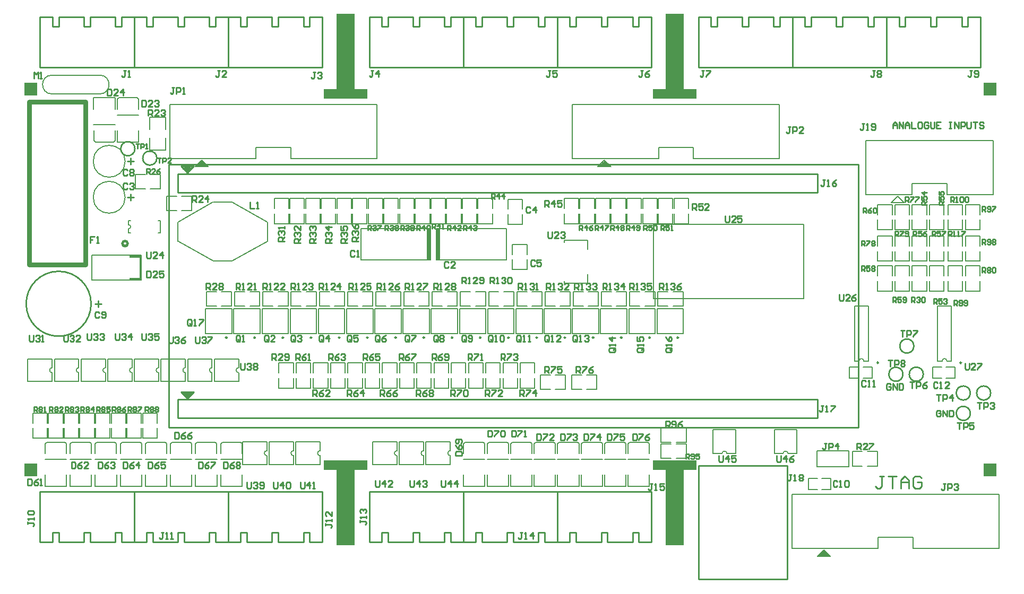
<source format=gto>
%FSLAX42Y42*%
%MOMM*%
G71*
G01*
G75*
%ADD10C,0.20*%
%ADD11O,1.00X1.80*%
%ADD12R,1.00X1.80*%
%ADD13R,3.40X3.00*%
%ADD14R,1.10X1.00*%
%ADD15R,2.20X0.60*%
%ADD16R,1.50X1.30*%
%ADD17R,2.70X3.00*%
%ADD18R,2.60X2.00*%
%ADD19R,1.80X1.00*%
%ADD20O,1.80X1.00*%
%ADD21R,1.30X1.50*%
%ADD22R,1.00X0.85*%
%ADD23R,4.00X3.50*%
%ADD24R,2.00X1.00*%
%ADD25R,7.00X2.80*%
%ADD26R,0.60X1.50*%
%ADD27R,1.80X1.60*%
%ADD28R,2.50X2.70*%
%ADD29R,17.00X11.00*%
%ADD30C,0.25*%
%ADD31C,1.50*%
%ADD32C,2.00*%
%ADD33C,0.30*%
%ADD34C,1.00*%
%ADD35C,0.80*%
%ADD36C,0.40*%
%ADD37C,0.50*%
%ADD38R,3.00X11.50*%
%ADD39R,12.25X11.00*%
%ADD40R,13.50X1.20*%
%ADD41R,3.00X4.40*%
%ADD42R,0.80X4.00*%
%ADD43R,4.55X0.80*%
%ADD44R,7.75X5.25*%
%ADD45R,11.50X1.75*%
%ADD46R,11.75X1.25*%
%ADD47R,2.25X3.90*%
%ADD48R,3.50X23.00*%
%ADD49R,8.25X7.00*%
%ADD50C,4.50*%
%ADD51C,1.50*%
%ADD52R,1.50X1.50*%
%ADD53C,3.25*%
%ADD54C,3.00*%
%ADD55R,1.30X1.30*%
%ADD56C,1.30*%
%ADD57R,1.60X1.60*%
%ADD58C,1.60*%
%ADD59C,2.00*%
%ADD60C,2.50*%
%ADD61R,1.70X1.70*%
%ADD62C,1.70*%
%ADD63C,1.40*%
%ADD64C,1.00*%
%ADD65C,0.60*%
%ADD66C,1.20*%
%ADD67C,0.90*%
%ADD68R,0.85X1.00*%
%ADD69R,1.60X1.80*%
%ADD70R,1.25X1.60*%
%ADD71O,1.25X1.60*%
%ADD72C,0.60*%
%ADD73C,0.25*%
%ADD74R,0.68X5.20*%
%ADD75C,0.13*%
%ADD76R,0.80X0.50*%
%ADD77R,1.61X0.20*%
%ADD78C,0.06*%
%ADD79R,1.70X0.40*%
%ADD80R,7.00X1.50*%
%ADD81R,3.00X12.00*%
%ADD82R,2.00X2.00*%
%ADD83R,2.00X2.00*%
D10*
X3467Y-5745D02*
G03*
X3467Y-5825I0J-40D01*
G01*
X14762Y-5638D02*
G03*
X14688Y-5638I-37J0D01*
G01*
X12230Y-7118D02*
G03*
X12150Y-7118I-40J0D01*
G01*
X11255D02*
G03*
X11175Y-7118I-40J0D01*
G01*
X6843Y-7070D02*
G03*
X6843Y-7150I0J-40D01*
G01*
X6418Y-7070D02*
G03*
X6418Y-7150I0J-40D01*
G01*
X13437Y-5638D02*
G03*
X13363Y-5638I-37J0D01*
G01*
X1767Y-5745D02*
G03*
X1767Y-5825I0J-40D01*
G01*
X1343Y-5745D02*
G03*
X1343Y-5825I0J-40D01*
G01*
X918Y-5745D02*
G03*
X918Y-5825I0J-40D01*
G01*
X493Y-5745D02*
G03*
X493Y-5825I0J-40D01*
G01*
X3042Y-5745D02*
G03*
X3042Y-5825I0J-40D01*
G01*
X2617Y-5745D02*
G03*
X2617Y-5825I0J-40D01*
G01*
X2192Y-5745D02*
G03*
X2192Y-5825I0J-40D01*
G01*
X5992Y-7070D02*
G03*
X5992Y-7150I0J-40D01*
G01*
X4767Y-7070D02*
G03*
X4767Y-7150I0J-40D01*
G01*
X4342Y-7070D02*
G03*
X4342Y-7150I0J-40D01*
G01*
X3917Y-7070D02*
G03*
X3917Y-7150I0J-40D01*
G01*
X1711Y-3527D02*
G03*
X1711Y-3463I0J32D01*
G01*
X1656Y-3025D02*
G03*
X1656Y-3025I-254J0D01*
G01*
Y-2450D02*
G03*
X1656Y-2450I-254J0D01*
G01*
X490Y-1075D02*
G03*
X490Y-1375I0J-150D01*
G01*
X1250D02*
G03*
X1250Y-1075I0J150D01*
G01*
X3080Y-5605D02*
X3467D01*
X3080Y-5965D02*
Y-5605D01*
X3467Y-5965D02*
Y-5825D01*
X3080Y-5965D02*
X3467D01*
Y-5745D02*
Y-5605D01*
X2505Y-3725D02*
X3065Y-4045D01*
X3365D02*
X3925Y-3725D01*
X2500Y-3425D02*
X3060Y-3105D01*
X3365D02*
X3925Y-3425D01*
X3065Y-4045D02*
X3365D01*
X3065Y-3105D02*
X3365D01*
X3925Y-3725D02*
Y-3425D01*
X2500Y-3725D02*
Y-3425D01*
X14535Y-5735D02*
X14680D01*
X14535Y-5915D02*
X14680D01*
X14535D02*
Y-5735D01*
X14895Y-5915D02*
Y-5735D01*
X14750D02*
X14895D01*
X14750Y-5915D02*
X14895D01*
X14615Y-5638D02*
Y-4762D01*
X14835Y-5638D02*
Y-4762D01*
X14615D02*
X14835D01*
X14615Y-5638D02*
X14688D01*
X14762D02*
X14835D01*
X15290Y-4280D02*
Y-4120D01*
X15060Y-4280D02*
Y-4120D01*
X15290D01*
X15060Y-4520D02*
X15290D01*
Y-4360D01*
X15060Y-4520D02*
Y-4360D01*
X15290Y-3305D02*
Y-3145D01*
X15060Y-3305D02*
Y-3145D01*
X15290D01*
X15060Y-3545D02*
X15290D01*
Y-3385D01*
X15060Y-3545D02*
Y-3385D01*
X15290Y-3805D02*
Y-3645D01*
X15060Y-3805D02*
Y-3645D01*
X15290D01*
X15060Y-4045D02*
X15290D01*
Y-3885D01*
X15060Y-4045D02*
Y-3885D01*
X15015Y-4280D02*
Y-4120D01*
X14785Y-4280D02*
Y-4120D01*
X15015D01*
X14785Y-4520D02*
X15015D01*
Y-4360D01*
X14785Y-4520D02*
Y-4360D01*
X15015Y-3305D02*
Y-3145D01*
X14785Y-3305D02*
Y-3145D01*
X15015D01*
X14785Y-3545D02*
X15015D01*
Y-3385D01*
X14785Y-3545D02*
Y-3385D01*
X15015Y-3805D02*
Y-3645D01*
X14785Y-3805D02*
Y-3645D01*
X15015D01*
X14785Y-4045D02*
X15015D01*
Y-3885D01*
X14785Y-4045D02*
Y-3885D01*
X5415Y-3775D02*
Y-3525D01*
X6528D01*
X5415Y-4025D02*
X6528D01*
X5415D02*
Y-3775D01*
X7735Y-4025D02*
Y-3775D01*
X6622Y-4025D02*
X7735D01*
X6622Y-3525D02*
X7735D01*
Y-3775D02*
Y-3525D01*
X9680Y-7210D02*
X10020D01*
Y-7638D02*
Y-7457D01*
X9680Y-7643D02*
Y-7457D01*
Y-7643D02*
X10020D01*
X9705Y-6933D02*
X9994D01*
X9680Y-6959D02*
X9705Y-6934D01*
X9994Y-6933D02*
X10019Y-6958D01*
X9680Y-7118D02*
Y-6959D01*
X10019Y-7118D02*
Y-6958D01*
X9305Y-7210D02*
X9645D01*
Y-7638D02*
Y-7457D01*
X9305Y-7643D02*
Y-7457D01*
Y-7643D02*
X9645D01*
X9330Y-6933D02*
X9619D01*
X9305Y-6959D02*
X9330Y-6934D01*
X9619Y-6933D02*
X9644Y-6958D01*
X9305Y-7118D02*
Y-6959D01*
X9644Y-7118D02*
Y-6958D01*
X8930Y-7210D02*
X9270D01*
Y-7638D02*
Y-7457D01*
X8930Y-7643D02*
Y-7457D01*
Y-7643D02*
X9270D01*
X8955Y-6933D02*
X9244D01*
X8930Y-6959D02*
X8955Y-6934D01*
X9244Y-6933D02*
X9269Y-6958D01*
X8930Y-7118D02*
Y-6959D01*
X9269Y-7118D02*
Y-6958D01*
X8555Y-7210D02*
X8895D01*
Y-7638D02*
Y-7457D01*
X8555Y-7643D02*
Y-7457D01*
Y-7643D02*
X8895D01*
X8580Y-6933D02*
X8869D01*
X8555Y-6959D02*
X8580Y-6934D01*
X8869Y-6933D02*
X8894Y-6958D01*
X8555Y-7118D02*
Y-6959D01*
X8894Y-7118D02*
Y-6958D01*
X12230Y-7118D02*
X12370D01*
X12010D02*
Y-6730D01*
Y-7118D02*
X12150D01*
X12010Y-6730D02*
X12370D01*
Y-7118D02*
Y-6730D01*
X11255Y-7118D02*
X11395D01*
X11035D02*
Y-6730D01*
Y-7118D02*
X11175D01*
X11035Y-6730D02*
X11395D01*
Y-7118D02*
Y-6730D01*
X6843Y-7070D02*
Y-6930D01*
X6455Y-7290D02*
X6843D01*
Y-7150D01*
X6455Y-7290D02*
Y-6930D01*
X6843D01*
X6418Y-7070D02*
Y-6930D01*
X6030Y-7290D02*
X6418D01*
Y-7150D01*
X6030Y-7290D02*
Y-6930D01*
X6418D01*
X10395Y-4765D02*
X10555D01*
X10395Y-4535D02*
X10555D01*
Y-4765D02*
Y-4535D01*
X10155Y-4765D02*
Y-4535D01*
Y-4765D02*
X10315D01*
X10155Y-4535D02*
X10315D01*
X9945Y-4765D02*
X10105D01*
X9945Y-4535D02*
X10105D01*
Y-4765D02*
Y-4535D01*
X9705Y-4765D02*
Y-4535D01*
Y-4765D02*
X9865D01*
X9705Y-4535D02*
X9865D01*
X9495Y-4765D02*
X9655D01*
X9495Y-4535D02*
X9655D01*
Y-4765D02*
Y-4535D01*
X9255Y-4765D02*
Y-4535D01*
Y-4765D02*
X9415D01*
X9255Y-4535D02*
X9415D01*
X9045Y-4765D02*
X9205D01*
X9045Y-4535D02*
X9205D01*
Y-4765D02*
Y-4535D01*
X8805Y-4765D02*
Y-4535D01*
Y-4765D02*
X8965D01*
X8805Y-4535D02*
X8965D01*
X9020Y-6090D02*
X9180D01*
X9020Y-5860D02*
X9180D01*
Y-6090D02*
Y-5860D01*
X8780Y-6090D02*
Y-5860D01*
Y-6090D02*
X8940D01*
X8780Y-5860D02*
X8940D01*
X8520Y-6090D02*
X8680D01*
X8520Y-5860D02*
X8680D01*
Y-6090D02*
Y-5860D01*
X8280Y-6090D02*
Y-5860D01*
Y-6090D02*
X8440D01*
X8280Y-5860D02*
X8440D01*
X8190Y-5830D02*
Y-5670D01*
X7960Y-5830D02*
Y-5670D01*
X8190D01*
X7960Y-6070D02*
X8190D01*
Y-5910D01*
X7960Y-6070D02*
Y-5910D01*
X7915Y-5830D02*
Y-5670D01*
X7685Y-5830D02*
Y-5670D01*
X7915D01*
X7685Y-6070D02*
X7915D01*
Y-5910D01*
X7685Y-6070D02*
Y-5910D01*
X10140Y-5200D02*
X10560D01*
Y-4800D01*
X10140D02*
X10560D01*
X10140Y-5200D02*
Y-4800D01*
X9690Y-5200D02*
X10110D01*
Y-4800D01*
X9690D02*
X10110D01*
X9690Y-5200D02*
Y-4800D01*
X9240Y-5200D02*
X9660D01*
Y-4800D01*
X9240D02*
X9660D01*
X9240Y-5200D02*
Y-4800D01*
X8790Y-5200D02*
X9210D01*
Y-4800D01*
X8790D02*
X9210D01*
X8790Y-5200D02*
Y-4800D01*
X13210Y-5735D02*
X13355D01*
X13210Y-5915D02*
X13355D01*
X13210D02*
Y-5735D01*
X13570Y-5915D02*
Y-5735D01*
X13425D02*
X13570D01*
X13425Y-5915D02*
X13570D01*
X13290Y-5638D02*
Y-4762D01*
X13510Y-5638D02*
Y-4762D01*
X13290D02*
X13510D01*
X13290Y-5638D02*
X13363D01*
X13437D02*
X13510D01*
X14715Y-4280D02*
Y-4120D01*
X14485Y-4280D02*
Y-4120D01*
X14715D01*
X14485Y-4520D02*
X14715D01*
Y-4360D01*
X14485Y-4520D02*
Y-4360D01*
X14440Y-4280D02*
Y-4120D01*
X14210Y-4280D02*
Y-4120D01*
X14440D01*
X14210Y-4520D02*
X14440D01*
Y-4360D01*
X14210Y-4520D02*
Y-4360D01*
X14715Y-3305D02*
Y-3145D01*
X14485Y-3305D02*
Y-3145D01*
X14715D01*
X14485Y-3545D02*
X14715D01*
Y-3385D01*
X14485Y-3545D02*
Y-3385D01*
X14440Y-3305D02*
Y-3145D01*
X14210Y-3305D02*
Y-3145D01*
X14440D01*
X14210Y-3545D02*
X14440D01*
Y-3385D01*
X14210Y-3545D02*
Y-3385D01*
X14715Y-3805D02*
Y-3645D01*
X14485Y-3805D02*
Y-3645D01*
X14715D01*
X14485Y-4045D02*
X14715D01*
Y-3885D01*
X14485Y-4045D02*
Y-3885D01*
X14440Y-3805D02*
Y-3645D01*
X14210Y-3805D02*
Y-3645D01*
X14440D01*
X14210Y-4045D02*
X14440D01*
Y-3885D01*
X14210Y-4045D02*
Y-3885D01*
X14165Y-4280D02*
Y-4120D01*
X13935Y-4280D02*
Y-4120D01*
X14165D01*
X13935Y-4520D02*
X14165D01*
Y-4360D01*
X13935Y-4520D02*
Y-4360D01*
X13890Y-4280D02*
Y-4120D01*
X13660Y-4280D02*
Y-4120D01*
X13890D01*
X13660Y-4520D02*
X13890D01*
Y-4360D01*
X13660Y-4520D02*
Y-4360D01*
X13467Y-2980D02*
X14204D01*
X13873Y-3107D02*
X13975Y-3005D01*
X13873Y-3107D02*
X14077D01*
X13975Y-3005D02*
X14077Y-3107D01*
X13467Y-2980D02*
Y-2116D01*
X14762Y-2980D02*
Y-2802D01*
X14204D02*
X14762D01*
X14204Y-2980D02*
Y-2802D01*
X13467Y-2116D02*
X15499D01*
Y-2980D02*
Y-2116D01*
X14762Y-2980D02*
X15499D01*
X14165Y-3305D02*
Y-3145D01*
X13935Y-3305D02*
Y-3145D01*
X14165D01*
X13935Y-3545D02*
X14165D01*
Y-3385D01*
X13935Y-3545D02*
Y-3385D01*
X13890Y-3305D02*
Y-3145D01*
X13660Y-3305D02*
Y-3145D01*
X13890D01*
X13660Y-3545D02*
X13890D01*
Y-3385D01*
X13660Y-3545D02*
Y-3385D01*
X14165Y-3805D02*
Y-3645D01*
X13935Y-3805D02*
Y-3645D01*
X14165D01*
X13935Y-4045D02*
X14165D01*
Y-3885D01*
X13935Y-4045D02*
Y-3885D01*
X13890Y-3805D02*
Y-3645D01*
X13660Y-3805D02*
Y-3645D01*
X13890D01*
X13660Y-4045D02*
X13890D01*
Y-3885D01*
X13660Y-4045D02*
Y-3885D01*
X1580Y-7210D02*
X1920D01*
Y-7638D02*
Y-7457D01*
X1580Y-7643D02*
Y-7457D01*
Y-7643D02*
X1920D01*
X1605Y-6933D02*
X1894D01*
X1580Y-6959D02*
X1605Y-6934D01*
X1894Y-6933D02*
X1919Y-6958D01*
X1580Y-7118D02*
Y-6959D01*
X1919Y-7118D02*
Y-6958D01*
X1180Y-7210D02*
X1520D01*
Y-7638D02*
Y-7457D01*
X1180Y-7643D02*
Y-7457D01*
Y-7643D02*
X1520D01*
X1205Y-6933D02*
X1494D01*
X1180Y-6959D02*
X1205Y-6934D01*
X1494Y-6933D02*
X1519Y-6958D01*
X1180Y-7118D02*
Y-6959D01*
X1519Y-7118D02*
Y-6958D01*
X780Y-7210D02*
X1120D01*
Y-7638D02*
Y-7457D01*
X780Y-7643D02*
Y-7457D01*
Y-7643D02*
X1120D01*
X805Y-6933D02*
X1094D01*
X780Y-6959D02*
X805Y-6934D01*
X1094Y-6933D02*
X1119Y-6958D01*
X780Y-7118D02*
Y-6959D01*
X1119Y-7118D02*
Y-6958D01*
X380Y-7210D02*
X720D01*
Y-7638D02*
Y-7457D01*
X380Y-7643D02*
Y-7457D01*
Y-7643D02*
X720D01*
X405Y-6933D02*
X694D01*
X380Y-6959D02*
X405Y-6934D01*
X694Y-6933D02*
X719Y-6958D01*
X380Y-7118D02*
Y-6959D01*
X719Y-7118D02*
Y-6958D01*
X1165Y-6630D02*
Y-6470D01*
X935Y-6630D02*
Y-6470D01*
X1165D01*
X935Y-6870D02*
X1165D01*
Y-6710D01*
X935Y-6870D02*
Y-6710D01*
X915Y-6630D02*
Y-6470D01*
X685Y-6630D02*
Y-6470D01*
X915D01*
X685Y-6870D02*
X915D01*
Y-6710D01*
X685Y-6870D02*
Y-6710D01*
X665Y-6630D02*
Y-6470D01*
X435Y-6630D02*
Y-6470D01*
X665D01*
X435Y-6870D02*
X665D01*
Y-6710D01*
X435Y-6870D02*
Y-6710D01*
X1767Y-5745D02*
Y-5605D01*
X1380Y-5965D02*
X1767D01*
Y-5825D01*
X1380Y-5965D02*
Y-5605D01*
X1767D01*
X1343Y-5745D02*
Y-5605D01*
X955Y-5965D02*
X1343D01*
Y-5825D01*
X955Y-5965D02*
Y-5605D01*
X1343D01*
X918Y-5745D02*
Y-5605D01*
X530Y-5965D02*
X918D01*
Y-5825D01*
X530Y-5965D02*
Y-5605D01*
X918D01*
X493Y-5745D02*
Y-5605D01*
X105Y-5965D02*
X493D01*
Y-5825D01*
X105Y-5965D02*
Y-5605D01*
X493D01*
X4995Y-4765D02*
X5155D01*
X4995Y-4535D02*
X5155D01*
Y-4765D02*
Y-4535D01*
X4755Y-4765D02*
Y-4535D01*
Y-4765D02*
X4915D01*
X4755Y-4535D02*
X4915D01*
X4545Y-4765D02*
X4705D01*
X4545Y-4535D02*
X4705D01*
Y-4765D02*
Y-4535D01*
X4305Y-4765D02*
Y-4535D01*
Y-4765D02*
X4465D01*
X4305Y-4535D02*
X4465D01*
X4095Y-4765D02*
X4255D01*
X4095Y-4535D02*
X4255D01*
Y-4765D02*
Y-4535D01*
X3855Y-4765D02*
Y-4535D01*
Y-4765D02*
X4015D01*
X3855Y-4535D02*
X4015D01*
X3645Y-4765D02*
X3805D01*
X3645Y-4535D02*
X3805D01*
Y-4765D02*
Y-4535D01*
X3405Y-4765D02*
Y-4535D01*
Y-4765D02*
X3565D01*
X3405Y-4535D02*
X3565D01*
X5440Y-5830D02*
Y-5670D01*
X5210Y-5830D02*
Y-5670D01*
X5440D01*
X5210Y-6070D02*
X5440D01*
Y-5910D01*
X5210Y-6070D02*
Y-5910D01*
X5165Y-5830D02*
Y-5670D01*
X4935Y-5830D02*
Y-5670D01*
X5165D01*
X4935Y-6070D02*
X5165D01*
Y-5910D01*
X4935Y-6070D02*
Y-5910D01*
X4890Y-5830D02*
Y-5670D01*
X4660Y-5830D02*
Y-5670D01*
X4890D01*
X4660Y-6070D02*
X4890D01*
Y-5910D01*
X4660Y-6070D02*
Y-5910D01*
X4615Y-5830D02*
Y-5670D01*
X4385Y-5830D02*
Y-5670D01*
X4615D01*
X4385Y-6070D02*
X4615D01*
Y-5910D01*
X4385Y-6070D02*
Y-5910D01*
X4740Y-5200D02*
X5160D01*
Y-4800D01*
X4740D02*
X5160D01*
X4740Y-5200D02*
Y-4800D01*
X4290Y-5200D02*
X4710D01*
Y-4800D01*
X4290D02*
X4710D01*
X4290Y-5200D02*
Y-4800D01*
X3840Y-5200D02*
X4260D01*
Y-4800D01*
X3840D02*
X4260D01*
X3840Y-5200D02*
Y-4800D01*
X3390Y-5200D02*
X3810D01*
Y-4800D01*
X3390D02*
X3810D01*
X3390Y-5200D02*
Y-4800D01*
X3180Y-7210D02*
X3520D01*
Y-7638D02*
Y-7457D01*
X3180Y-7643D02*
Y-7457D01*
Y-7643D02*
X3520D01*
X3205Y-6933D02*
X3494D01*
X3180Y-6959D02*
X3205Y-6934D01*
X3494Y-6933D02*
X3519Y-6958D01*
X3180Y-7118D02*
Y-6959D01*
X3519Y-7118D02*
Y-6958D01*
X2780Y-7210D02*
X3120D01*
Y-7638D02*
Y-7457D01*
X2780Y-7643D02*
Y-7457D01*
Y-7643D02*
X3120D01*
X2805Y-6933D02*
X3094D01*
X2780Y-6959D02*
X2805Y-6934D01*
X3094Y-6933D02*
X3119Y-6958D01*
X2780Y-7118D02*
Y-6959D01*
X3119Y-7118D02*
Y-6958D01*
X2380Y-7210D02*
X2720D01*
Y-7638D02*
Y-7457D01*
X2380Y-7643D02*
Y-7457D01*
Y-7643D02*
X2720D01*
X2405Y-6933D02*
X2694D01*
X2380Y-6959D02*
X2405Y-6934D01*
X2694Y-6933D02*
X2719Y-6958D01*
X2380Y-7118D02*
Y-6959D01*
X2719Y-7118D02*
Y-6958D01*
X1980Y-7210D02*
X2320D01*
Y-7638D02*
Y-7457D01*
X1980Y-7643D02*
Y-7457D01*
Y-7643D02*
X2320D01*
X2005Y-6933D02*
X2294D01*
X1980Y-6959D02*
X2005Y-6934D01*
X2294Y-6933D02*
X2319Y-6958D01*
X1980Y-7118D02*
Y-6959D01*
X2319Y-7118D02*
Y-6958D01*
X1915Y-6630D02*
Y-6470D01*
X1685Y-6630D02*
Y-6470D01*
X1915D01*
X1685Y-6870D02*
X1915D01*
Y-6710D01*
X1685Y-6870D02*
Y-6710D01*
X1665Y-6630D02*
Y-6470D01*
X1435Y-6630D02*
Y-6470D01*
X1665D01*
X1435Y-6870D02*
X1665D01*
Y-6710D01*
X1435Y-6870D02*
Y-6710D01*
X1415Y-6630D02*
Y-6470D01*
X1185Y-6630D02*
Y-6470D01*
X1415D01*
X1185Y-6870D02*
X1415D01*
Y-6710D01*
X1185Y-6870D02*
Y-6710D01*
X3042Y-5745D02*
Y-5605D01*
X2655Y-5965D02*
X3042D01*
Y-5825D01*
X2655Y-5965D02*
Y-5605D01*
X3042D01*
X2617Y-5745D02*
Y-5605D01*
X2230Y-5965D02*
X2617D01*
Y-5825D01*
X2230Y-5965D02*
Y-5605D01*
X2617D01*
X2192Y-5745D02*
Y-5605D01*
X1805Y-5965D02*
X2192D01*
Y-5825D01*
X1805Y-5965D02*
Y-5605D01*
X2192D01*
X6795Y-4765D02*
X6955D01*
X6795Y-4535D02*
X6955D01*
Y-4765D02*
Y-4535D01*
X6555Y-4765D02*
Y-4535D01*
Y-4765D02*
X6715D01*
X6555Y-4535D02*
X6715D01*
X6345Y-4765D02*
X6505D01*
X6345Y-4535D02*
X6505D01*
Y-4765D02*
Y-4535D01*
X6105Y-4765D02*
Y-4535D01*
Y-4765D02*
X6265D01*
X6105Y-4535D02*
X6265D01*
X5895Y-4765D02*
X6055D01*
X5895Y-4535D02*
X6055D01*
Y-4765D02*
Y-4535D01*
X5655Y-4765D02*
Y-4535D01*
Y-4765D02*
X5815D01*
X5655Y-4535D02*
X5815D01*
X5445Y-4765D02*
X5605D01*
X5445Y-4535D02*
X5605D01*
Y-4765D02*
Y-4535D01*
X5205Y-4765D02*
Y-4535D01*
Y-4765D02*
X5365D01*
X5205Y-4535D02*
X5365D01*
X6540Y-5830D02*
Y-5670D01*
X6310Y-5830D02*
Y-5670D01*
X6540D01*
X6310Y-6070D02*
X6540D01*
Y-5910D01*
X6310Y-6070D02*
Y-5910D01*
X6265Y-5830D02*
Y-5670D01*
X6035Y-5830D02*
Y-5670D01*
X6265D01*
X6035Y-6070D02*
X6265D01*
Y-5910D01*
X6035Y-6070D02*
Y-5910D01*
X5990Y-5830D02*
Y-5670D01*
X5760Y-5830D02*
Y-5670D01*
X5990D01*
X5760Y-6070D02*
X5990D01*
Y-5910D01*
X5760Y-6070D02*
Y-5910D01*
X5715Y-5830D02*
Y-5670D01*
X5485Y-5830D02*
Y-5670D01*
X5715D01*
X5485Y-6070D02*
X5715D01*
Y-5910D01*
X5485Y-6070D02*
Y-5910D01*
X6540Y-5200D02*
X6960D01*
Y-4800D01*
X6540D02*
X6960D01*
X6540Y-5200D02*
Y-4800D01*
X6090Y-5200D02*
X6510D01*
Y-4800D01*
X6090D02*
X6510D01*
X6090Y-5200D02*
Y-4800D01*
X5640Y-5200D02*
X6060D01*
Y-4800D01*
X5640D02*
X6060D01*
X5640Y-5200D02*
Y-4800D01*
X5190Y-5200D02*
X5610D01*
Y-4800D01*
X5190D02*
X5610D01*
X5190Y-5200D02*
Y-4800D01*
X8180Y-7210D02*
X8520D01*
Y-7638D02*
Y-7457D01*
X8180Y-7643D02*
Y-7457D01*
Y-7643D02*
X8520D01*
X8205Y-6933D02*
X8494D01*
X8180Y-6959D02*
X8205Y-6934D01*
X8494Y-6933D02*
X8519Y-6958D01*
X8180Y-7118D02*
Y-6959D01*
X8519Y-7118D02*
Y-6958D01*
X7805Y-7210D02*
X8145D01*
Y-7638D02*
Y-7457D01*
X7805Y-7643D02*
Y-7457D01*
Y-7643D02*
X8145D01*
X7830Y-6933D02*
X8119D01*
X7805Y-6959D02*
X7830Y-6934D01*
X8119Y-6933D02*
X8144Y-6958D01*
X7805Y-7118D02*
Y-6959D01*
X8144Y-7118D02*
Y-6958D01*
X7430Y-7210D02*
X7770D01*
Y-7638D02*
Y-7457D01*
X7430Y-7643D02*
Y-7457D01*
Y-7643D02*
X7770D01*
X7455Y-6933D02*
X7744D01*
X7430Y-6959D02*
X7455Y-6934D01*
X7744Y-6933D02*
X7769Y-6958D01*
X7430Y-7118D02*
Y-6959D01*
X7769Y-7118D02*
Y-6958D01*
X7055Y-7210D02*
X7395D01*
Y-7638D02*
Y-7457D01*
X7055Y-7643D02*
Y-7457D01*
Y-7643D02*
X7395D01*
X7080Y-6933D02*
X7369D01*
X7055Y-6959D02*
X7080Y-6934D01*
X7369Y-6933D02*
X7394Y-6958D01*
X7055Y-7118D02*
Y-6959D01*
X7394Y-7118D02*
Y-6958D01*
X5992Y-7070D02*
Y-6930D01*
X5605Y-7290D02*
X5992D01*
Y-7150D01*
X5605Y-7290D02*
Y-6930D01*
X5992D01*
X4767Y-7070D02*
Y-6930D01*
X4380Y-7290D02*
X4767D01*
Y-7150D01*
X4380Y-7290D02*
Y-6930D01*
X4767D01*
X4342Y-7070D02*
Y-6930D01*
X3955Y-7290D02*
X4342D01*
Y-7150D01*
X3955Y-7290D02*
Y-6930D01*
X4342D01*
X3917Y-7070D02*
Y-6930D01*
X3530Y-7290D02*
X3917D01*
Y-7150D01*
X3530Y-7290D02*
Y-6930D01*
X3917D01*
X8595Y-4765D02*
X8755D01*
X8595Y-4535D02*
X8755D01*
Y-4765D02*
Y-4535D01*
X8355Y-4765D02*
Y-4535D01*
Y-4765D02*
X8515D01*
X8355Y-4535D02*
X8515D01*
X8145Y-4765D02*
X8305D01*
X8145Y-4535D02*
X8305D01*
Y-4765D02*
Y-4535D01*
X7905Y-4765D02*
Y-4535D01*
Y-4765D02*
X8065D01*
X7905Y-4535D02*
X8065D01*
X7695Y-4765D02*
X7855D01*
X7695Y-4535D02*
X7855D01*
Y-4765D02*
Y-4535D01*
X7455Y-4765D02*
Y-4535D01*
Y-4765D02*
X7615D01*
X7455Y-4535D02*
X7615D01*
X7245Y-4765D02*
X7405D01*
X7245Y-4535D02*
X7405D01*
Y-4765D02*
Y-4535D01*
X7005Y-4765D02*
Y-4535D01*
Y-4765D02*
X7165D01*
X7005Y-4535D02*
X7165D01*
X7640Y-5830D02*
Y-5670D01*
X7410Y-5830D02*
Y-5670D01*
X7640D01*
X7410Y-6070D02*
X7640D01*
Y-5910D01*
X7410Y-6070D02*
Y-5910D01*
X7365Y-5830D02*
Y-5670D01*
X7135Y-5830D02*
Y-5670D01*
X7365D01*
X7135Y-6070D02*
X7365D01*
Y-5910D01*
X7135Y-6070D02*
Y-5910D01*
X7090Y-5830D02*
Y-5670D01*
X6860Y-5830D02*
Y-5670D01*
X7090D01*
X6860Y-6070D02*
X7090D01*
Y-5910D01*
X6860Y-6070D02*
Y-5910D01*
X6815Y-5830D02*
Y-5670D01*
X6585Y-5830D02*
Y-5670D01*
X6815D01*
X6585Y-6070D02*
X6815D01*
Y-5910D01*
X6585Y-6070D02*
Y-5910D01*
X8340Y-5200D02*
X8760D01*
Y-4800D01*
X8340D02*
X8760D01*
X8340Y-5200D02*
Y-4800D01*
X7890Y-5200D02*
X8310D01*
Y-4800D01*
X7890D02*
X8310D01*
X7890Y-5200D02*
Y-4800D01*
X7440Y-5200D02*
X7860D01*
Y-4800D01*
X7440D02*
X7860D01*
X7440Y-5200D02*
Y-4800D01*
X6990Y-5200D02*
X7410D01*
Y-4800D01*
X6990D02*
X7410D01*
X6990Y-5200D02*
Y-4800D01*
X10640Y-3205D02*
Y-3045D01*
X10410Y-3205D02*
Y-3045D01*
X10640D01*
X10410Y-3445D02*
X10640D01*
Y-3285D01*
X10410Y-3445D02*
Y-3285D01*
X10390Y-3205D02*
Y-3045D01*
X10160Y-3205D02*
Y-3045D01*
X10390D01*
X10160Y-3445D02*
X10390D01*
Y-3285D01*
X10160Y-3445D02*
Y-3285D01*
X10140Y-3205D02*
Y-3045D01*
X9910Y-3205D02*
Y-3045D01*
X10140D01*
X9910Y-3445D02*
X10140D01*
Y-3285D01*
X9910Y-3445D02*
Y-3285D01*
X9890Y-3205D02*
Y-3045D01*
X9660Y-3205D02*
Y-3045D01*
X9890D01*
X9660Y-3445D02*
X9890D01*
Y-3285D01*
X9660Y-3445D02*
Y-3285D01*
X9640Y-3205D02*
Y-3045D01*
X9410Y-3205D02*
Y-3045D01*
X9640D01*
X9410Y-3445D02*
X9640D01*
Y-3285D01*
X9410Y-3445D02*
Y-3285D01*
X10722Y-2405D02*
X12094D01*
X8792Y-1541D02*
X12094D01*
Y-2405D02*
Y-1541D01*
X8792Y-2405D02*
X10164D01*
Y-2227D01*
X10722D01*
Y-2405D02*
Y-2227D01*
X8792Y-2405D02*
Y-1541D01*
X9300Y-2430D02*
X9402Y-2532D01*
X9198D02*
X9402D01*
X9198D02*
X9300Y-2430D01*
X4297Y-2405D02*
X5669D01*
X2367Y-1541D02*
X5669D01*
Y-2405D02*
Y-1541D01*
X2367Y-2405D02*
X3739D01*
Y-2227D01*
X4297D01*
Y-2405D02*
Y-2227D01*
X2367Y-2405D02*
Y-1541D01*
X2875Y-2430D02*
X2977Y-2532D01*
X2773D02*
X2977D01*
X2773D02*
X2875Y-2430D01*
X12770Y-7690D02*
X12915D01*
X12770Y-7510D02*
X12915D01*
Y-7690D02*
Y-7510D01*
X12555Y-7690D02*
Y-7510D01*
Y-7690D02*
X12700D01*
X12555Y-7510D02*
X12700D01*
X14222Y-8630D02*
X15594D01*
X12292Y-7766D02*
X15594D01*
Y-8630D02*
Y-7766D01*
X12292Y-8630D02*
X13664D01*
Y-8452D01*
X14222D01*
Y-8630D02*
Y-8452D01*
X12292Y-8630D02*
Y-7766D01*
X12800Y-8655D02*
X12902Y-8757D01*
X12698D02*
X12902D01*
X12698D02*
X12800Y-8655D01*
X13495Y-7315D02*
X13655D01*
X13495Y-7085D02*
X13655D01*
Y-7315D02*
Y-7085D01*
X13255Y-7315D02*
Y-7085D01*
Y-7315D02*
X13415D01*
X13255Y-7085D02*
X13415D01*
X3195Y-4765D02*
X3355D01*
X3195Y-4535D02*
X3355D01*
Y-4765D02*
Y-4535D01*
X2955Y-4765D02*
Y-4535D01*
Y-4765D02*
X3115D01*
X2955Y-4535D02*
X3115D01*
X4340Y-5830D02*
Y-5670D01*
X4110Y-5830D02*
Y-5670D01*
X4340D01*
X4110Y-6070D02*
X4340D01*
Y-5910D01*
X4110Y-6070D02*
Y-5910D01*
X2940Y-5200D02*
X3360D01*
Y-4800D01*
X2940D02*
X3360D01*
X2940Y-5200D02*
Y-4800D01*
X12694Y-7327D02*
X13202D01*
Y-7073D01*
X12694D02*
X13202D01*
X12694Y-7327D02*
Y-7073D01*
X6015Y-3205D02*
Y-3045D01*
X5785Y-3205D02*
Y-3045D01*
X6015D01*
X5785Y-3445D02*
X6015D01*
Y-3285D01*
X5785Y-3445D02*
Y-3285D01*
X5765Y-3205D02*
Y-3045D01*
X5535Y-3205D02*
Y-3045D01*
X5765D01*
X5535Y-3445D02*
X5765D01*
Y-3285D01*
X5535Y-3445D02*
Y-3285D01*
X5515Y-3205D02*
Y-3045D01*
X5285Y-3205D02*
Y-3045D01*
X5515D01*
X5285Y-3445D02*
X5515D01*
Y-3285D01*
X5285Y-3445D02*
Y-3285D01*
X5265Y-3205D02*
Y-3045D01*
X5035Y-3205D02*
Y-3045D01*
X5265D01*
X5035Y-3445D02*
X5265D01*
Y-3285D01*
X5035Y-3445D02*
Y-3285D01*
X5015Y-3205D02*
Y-3045D01*
X4785Y-3205D02*
Y-3045D01*
X5015D01*
X4785Y-3445D02*
X5015D01*
Y-3285D01*
X4785Y-3445D02*
Y-3285D01*
X4765Y-3205D02*
Y-3045D01*
X4535Y-3205D02*
Y-3045D01*
X4765D01*
X4535Y-3445D02*
X4765D01*
Y-3285D01*
X4535Y-3445D02*
Y-3285D01*
X4515Y-3205D02*
Y-3045D01*
X4285Y-3205D02*
Y-3045D01*
X4515D01*
X4285Y-3445D02*
X4515D01*
Y-3285D01*
X4285Y-3445D02*
Y-3285D01*
X4265Y-3205D02*
Y-3045D01*
X4035Y-3205D02*
Y-3045D01*
X4265D01*
X4035Y-3445D02*
X4265D01*
Y-3285D01*
X4035Y-3445D02*
Y-3285D01*
X9035Y-4395D02*
Y-4255D01*
Y-3855D02*
Y-3715D01*
X8665D02*
X9035D01*
X8665Y-4395D02*
X9035D01*
X8665Y-3745D02*
Y-3715D01*
Y-4395D02*
Y-4365D01*
X1711Y-3592D02*
Y-3527D01*
Y-3463D02*
Y-3399D01*
X2219Y-3592D02*
Y-3399D01*
X1711Y-3395D02*
X1745D01*
X2186Y-3399D02*
X2219D01*
X1711Y-3592D02*
X1745D01*
X2186D02*
X2219D01*
X1530Y-1710D02*
X1870D01*
Y-2138D02*
Y-1958D01*
X1530Y-2142D02*
Y-1958D01*
Y-2142D02*
X1870D01*
X1555Y-1433D02*
X1844D01*
X1530Y-1459D02*
X1555Y-1434D01*
X1844Y-1433D02*
X1869Y-1458D01*
X1530Y-1617D02*
Y-1459D01*
X1869Y-1617D02*
Y-1458D01*
X7760Y-3455D02*
Y-3295D01*
X7990Y-3455D02*
Y-3295D01*
X7760Y-3455D02*
X7990D01*
X7760Y-3055D02*
X7990D01*
X7760Y-3215D02*
Y-3055D01*
X7990Y-3215D02*
Y-3055D01*
X2320Y-3010D02*
X2480D01*
X2320Y-3240D02*
X2480D01*
X2320D02*
Y-3010D01*
X2720Y-3240D02*
Y-3010D01*
X2560D02*
X2720D01*
X2560Y-3240D02*
X2720D01*
X7835Y-4180D02*
Y-4020D01*
X8065Y-4180D02*
Y-4020D01*
X7835Y-4180D02*
X8065D01*
X7835Y-3780D02*
X8065D01*
X7835Y-3940D02*
Y-3780D01*
X8065Y-3940D02*
Y-3780D01*
X9390Y-3205D02*
Y-3045D01*
X9160Y-3205D02*
Y-3045D01*
X9390D01*
X9160Y-3445D02*
X9390D01*
Y-3285D01*
X9160Y-3445D02*
Y-3285D01*
X2045Y-1940D02*
Y-1750D01*
X2305Y-1940D02*
Y-1750D01*
X2045Y-2270D02*
Y-2080D01*
X2305Y-2270D02*
Y-2080D01*
X2045Y-2270D02*
X2305D01*
X2045Y-1750D02*
X2305D01*
X1895Y-4350D02*
Y-4150D01*
Y-3950D01*
X1895D02*
X1915D01*
Y-4350D02*
Y-3950D01*
X1895Y-4350D02*
X1915D01*
X1130Y-3950D02*
X1900D01*
X1130Y-4350D02*
Y-3950D01*
Y-4350D02*
X1900D01*
X490Y-1075D02*
X1250D01*
X490Y-1375D02*
X1250D01*
X1155Y-1865D02*
X1495D01*
X1155Y-1617D02*
Y-1438D01*
X1495Y-1617D02*
Y-1432D01*
X1155Y-1432D02*
X1495D01*
X1181Y-2142D02*
X1470D01*
X1470Y-2141D02*
X1495Y-2116D01*
X1156Y-2117D02*
X1181Y-2142D01*
X1495Y-2116D02*
Y-1958D01*
X1156Y-2117D02*
Y-1958D01*
X1820Y-2660D02*
X1980D01*
X1820Y-2890D02*
X1980D01*
X1820D02*
Y-2660D01*
X2220Y-2890D02*
Y-2660D01*
X2060D02*
X2220D01*
X2060Y-2890D02*
X2220D01*
X9140Y-3205D02*
Y-3045D01*
X8910Y-3205D02*
Y-3045D01*
X9140D01*
X8910Y-3445D02*
X9140D01*
Y-3285D01*
X8910Y-3445D02*
Y-3285D01*
X8890Y-3205D02*
Y-3045D01*
X8660Y-3205D02*
Y-3045D01*
X8890D01*
X8660Y-3445D02*
X8890D01*
Y-3285D01*
X8660Y-3445D02*
Y-3285D01*
X7515Y-3205D02*
Y-3045D01*
X7285Y-3205D02*
Y-3045D01*
X7515D01*
X7285Y-3445D02*
X7515D01*
Y-3285D01*
X7285Y-3445D02*
Y-3285D01*
X7265Y-3205D02*
Y-3045D01*
X7035Y-3205D02*
Y-3045D01*
X7265D01*
X7035Y-3445D02*
X7265D01*
Y-3285D01*
X7035Y-3445D02*
Y-3285D01*
X7015Y-3205D02*
Y-3045D01*
X6785Y-3205D02*
Y-3045D01*
X7015D01*
X6785Y-3445D02*
X7015D01*
Y-3285D01*
X6785Y-3445D02*
Y-3285D01*
X6765Y-3205D02*
Y-3045D01*
X6535Y-3205D02*
Y-3045D01*
X6765D01*
X6535Y-3445D02*
X6765D01*
Y-3285D01*
X6535Y-3445D02*
Y-3285D01*
X6515Y-3205D02*
Y-3045D01*
X6285Y-3205D02*
Y-3045D01*
X6515D01*
X6285Y-3445D02*
X6515D01*
Y-3285D01*
X6285Y-3445D02*
Y-3285D01*
X6265Y-3205D02*
Y-3045D01*
X6035Y-3205D02*
Y-3045D01*
X6265D01*
X6035Y-3445D02*
X6265D01*
Y-3285D01*
X6035Y-3445D02*
Y-3285D01*
X1935Y-6870D02*
Y-6710D01*
X2165Y-6870D02*
Y-6710D01*
X1935Y-6870D02*
X2165D01*
X1935Y-6470D02*
X2165D01*
X1935Y-6630D02*
Y-6470D01*
X2165Y-6630D02*
Y-6470D01*
X185Y-6870D02*
Y-6710D01*
X415Y-6870D02*
Y-6710D01*
X185Y-6870D02*
X415D01*
X185Y-6470D02*
X415D01*
X185Y-6630D02*
Y-6470D01*
X415Y-6630D02*
Y-6470D01*
X10205Y-6710D02*
X10365D01*
X10205Y-6940D02*
X10365D01*
X10205D02*
Y-6710D01*
X10605Y-6940D02*
Y-6710D01*
X10445D02*
X10605D01*
X10445Y-6940D02*
X10605D01*
X10080Y-3534D02*
Y-3460D01*
X10080Y-3460D01*
X12480D01*
X10080Y-4574D02*
X10080Y-4642D01*
Y-4640D01*
Y-4642D02*
X12480D01*
Y-4642D02*
Y-3460D01*
X10080Y-4574D02*
Y-3534D01*
X10445Y-7190D02*
X10605D01*
X10445Y-6960D02*
X10605D01*
Y-7190D02*
Y-6960D01*
X10205Y-7190D02*
Y-6960D01*
Y-7190D02*
X10365D01*
X10205Y-6960D02*
X10365D01*
D30*
X15462Y-6150D02*
G03*
X15462Y-6150I-112J0D01*
G01*
X15137D02*
G03*
X15137Y-6150I-112J0D01*
G01*
Y-6475D02*
G03*
X15137Y-6475I-112J0D01*
G01*
X14387Y-5850D02*
G03*
X14387Y-5850I-112J0D01*
G01*
X14237Y-5400D02*
G03*
X14237Y-5400I-112J0D01*
G01*
X14062Y-5850D02*
G03*
X14062Y-5850I-112J0D01*
G01*
X1812Y-2250D02*
G03*
X1812Y-2250I-112J0D01*
G01*
X1114Y-4725D02*
G03*
X1114Y-4725I-518J0D01*
G01*
X2162Y-2400D02*
G03*
X2162Y-2400I-112J0D01*
G01*
X2500Y-6550D02*
X12700D01*
X2548Y-6130D02*
X2650Y-6232D01*
X2548Y-6130D02*
X2752D01*
X2650Y-6232D02*
X2752Y-6130D01*
X2500Y-6550D02*
Y-6250D01*
X12700D01*
Y-6550D02*
Y-6250D01*
X2500Y-2950D02*
X12700D01*
X2548Y-2530D02*
X2650Y-2632D01*
X2548Y-2530D02*
X2752D01*
X2650Y-2632D02*
X2752Y-2530D01*
X2500Y-2950D02*
Y-2650D01*
X12700D01*
Y-2950D02*
Y-2650D01*
X2350Y-6700D02*
Y-2500D01*
Y-6700D02*
X13350D01*
Y-2500D01*
X2350D02*
X13350D01*
X1745Y-3076D02*
Y-2974D01*
X1694Y-3025D02*
X1796D01*
X1745Y-2501D02*
Y-2399D01*
X1694Y-2450D02*
X1796D01*
X1224Y-4776D02*
Y-4674D01*
X1173Y-4725D02*
X1275D01*
X15050Y-5675D02*
Y-5758D01*
X15067Y-5775D01*
X15100D01*
X15117Y-5758D01*
Y-5675D01*
X15217Y-5775D02*
X15150D01*
X15217Y-5708D01*
Y-5692D01*
X15200Y-5675D01*
X15167D01*
X15150Y-5692D01*
X15250Y-5675D02*
X15317D01*
Y-5692D01*
X15250Y-5758D01*
Y-5775D01*
X13825Y-5625D02*
X13892D01*
X13858D01*
Y-5725D01*
X13925D02*
Y-5625D01*
X13975D01*
X13992Y-5642D01*
Y-5675D01*
X13975Y-5692D01*
X13925D01*
X14025Y-5642D02*
X14042Y-5625D01*
X14075D01*
X14092Y-5642D01*
Y-5658D01*
X14075Y-5675D01*
X14092Y-5692D01*
Y-5708D01*
X14075Y-5725D01*
X14042D01*
X14025Y-5708D01*
Y-5692D01*
X14042Y-5675D01*
X14025Y-5658D01*
Y-5642D01*
X14042Y-5675D02*
X14075D01*
X14025Y-5150D02*
X14092D01*
X14058D01*
Y-5250D01*
X14125D02*
Y-5150D01*
X14175D01*
X14192Y-5167D01*
Y-5200D01*
X14175Y-5217D01*
X14125D01*
X14225Y-5150D02*
X14292D01*
Y-5167D01*
X14225Y-5233D01*
Y-5250D01*
X14175Y-5975D02*
X14242D01*
X14208D01*
Y-6075D01*
X14275D02*
Y-5975D01*
X14325D01*
X14342Y-5992D01*
Y-6025D01*
X14325Y-6042D01*
X14275D01*
X14442Y-5975D02*
X14408Y-5992D01*
X14375Y-6025D01*
Y-6058D01*
X14392Y-6075D01*
X14425D01*
X14442Y-6058D01*
Y-6042D01*
X14425Y-6025D01*
X14375D01*
X14925Y-6625D02*
X14992D01*
X14958D01*
Y-6725D01*
X15025D02*
Y-6625D01*
X15075D01*
X15092Y-6642D01*
Y-6675D01*
X15075Y-6692D01*
X15025D01*
X15192Y-6625D02*
X15125D01*
Y-6675D01*
X15158Y-6658D01*
X15175D01*
X15192Y-6675D01*
Y-6708D01*
X15175Y-6725D01*
X15142D01*
X15125Y-6708D01*
X14600Y-6175D02*
X14667D01*
X14633D01*
Y-6275D01*
X14700D02*
Y-6175D01*
X14750D01*
X14767Y-6192D01*
Y-6225D01*
X14750Y-6242D01*
X14700D01*
X14850Y-6275D02*
Y-6175D01*
X14800Y-6225D01*
X14867D01*
X15250Y-6300D02*
X15317D01*
X15283D01*
Y-6400D01*
X15350D02*
Y-6300D01*
X15400D01*
X15417Y-6317D01*
Y-6350D01*
X15400Y-6367D01*
X15350D01*
X15450Y-6317D02*
X15467Y-6300D01*
X15500D01*
X15517Y-6317D01*
Y-6333D01*
X15500Y-6350D01*
X15483D01*
X15500D01*
X15517Y-6367D01*
Y-6383D01*
X15500Y-6400D01*
X15467D01*
X15450Y-6383D01*
X14785Y-3645D02*
Y-3565D01*
X14825D01*
X14838Y-3578D01*
Y-3605D01*
X14825Y-3618D01*
X14785D01*
X14812D02*
X14838Y-3645D01*
X14865D02*
X14892D01*
X14878D01*
Y-3565D01*
X14865Y-3578D01*
X14932Y-3645D02*
X14958D01*
X14945D01*
Y-3565D01*
X14932Y-3578D01*
X14998Y-3565D02*
X15052D01*
Y-3578D01*
X14998Y-3632D01*
Y-3645D01*
X14825Y-3100D02*
Y-3020D01*
X14865D01*
X14878Y-3033D01*
Y-3060D01*
X14865Y-3073D01*
X14825D01*
X14852D02*
X14878Y-3100D01*
X14905D02*
X14932D01*
X14918D01*
Y-3020D01*
X14905Y-3033D01*
X14972D02*
X14985Y-3020D01*
X15012D01*
X15025Y-3033D01*
Y-3087D01*
X15012Y-3100D01*
X14985D01*
X14972Y-3087D01*
Y-3033D01*
X15052D02*
X15065Y-3020D01*
X15092D01*
X15105Y-3033D01*
Y-3087D01*
X15092Y-3100D01*
X15065D01*
X15052Y-3087D01*
Y-3033D01*
X14875Y-4750D02*
Y-4670D01*
X14915D01*
X14928Y-4683D01*
Y-4710D01*
X14915Y-4723D01*
X14875D01*
X14902D02*
X14928Y-4750D01*
X14955Y-4737D02*
X14968Y-4750D01*
X14995D01*
X15008Y-4737D01*
Y-4683D01*
X14995Y-4670D01*
X14968D01*
X14955Y-4683D01*
Y-4697D01*
X14968Y-4710D01*
X15008D01*
X15035Y-4737D02*
X15048Y-4750D01*
X15075D01*
X15088Y-4737D01*
Y-4683D01*
X15075Y-4670D01*
X15048D01*
X15035Y-4683D01*
Y-4697D01*
X15048Y-4710D01*
X15088D01*
X15325Y-3775D02*
Y-3695D01*
X15365D01*
X15378Y-3708D01*
Y-3735D01*
X15365Y-3748D01*
X15325D01*
X15352D02*
X15378Y-3775D01*
X15405Y-3762D02*
X15418Y-3775D01*
X15445D01*
X15458Y-3762D01*
Y-3708D01*
X15445Y-3695D01*
X15418D01*
X15405Y-3708D01*
Y-3722D01*
X15418Y-3735D01*
X15458D01*
X15485Y-3708D02*
X15498Y-3695D01*
X15525D01*
X15538Y-3708D01*
Y-3722D01*
X15525Y-3735D01*
X15538Y-3748D01*
Y-3762D01*
X15525Y-3775D01*
X15498D01*
X15485Y-3762D01*
Y-3748D01*
X15498Y-3735D01*
X15485Y-3722D01*
Y-3708D01*
X15498Y-3735D02*
X15525D01*
X15325Y-3250D02*
Y-3170D01*
X15365D01*
X15378Y-3183D01*
Y-3210D01*
X15365Y-3223D01*
X15325D01*
X15352D02*
X15378Y-3250D01*
X15405Y-3237D02*
X15418Y-3250D01*
X15445D01*
X15458Y-3237D01*
Y-3183D01*
X15445Y-3170D01*
X15418D01*
X15405Y-3183D01*
Y-3197D01*
X15418Y-3210D01*
X15458D01*
X15485Y-3170D02*
X15538D01*
Y-3183D01*
X15485Y-3237D01*
Y-3250D01*
X15325Y-4225D02*
Y-4145D01*
X15365D01*
X15378Y-4158D01*
Y-4185D01*
X15365Y-4198D01*
X15325D01*
X15352D02*
X15378Y-4225D01*
X15405Y-4158D02*
X15418Y-4145D01*
X15445D01*
X15458Y-4158D01*
Y-4172D01*
X15445Y-4185D01*
X15458Y-4198D01*
Y-4212D01*
X15445Y-4225D01*
X15418D01*
X15405Y-4212D01*
Y-4198D01*
X15418Y-4185D01*
X15405Y-4172D01*
Y-4158D01*
X15418Y-4185D02*
X15445D01*
X15485Y-4158D02*
X15498Y-4145D01*
X15525D01*
X15538Y-4158D01*
Y-4212D01*
X15525Y-4225D01*
X15498D01*
X15485Y-4212D01*
Y-4158D01*
X14617Y-5992D02*
X14600Y-5975D01*
X14567D01*
X14550Y-5992D01*
Y-6058D01*
X14567Y-6075D01*
X14600D01*
X14617Y-6058D01*
X14650Y-6075D02*
X14683D01*
X14667D01*
Y-5975D01*
X14650Y-5992D01*
X14800Y-6075D02*
X14733D01*
X14800Y-6008D01*
Y-5992D01*
X14783Y-5975D01*
X14750D01*
X14733Y-5992D01*
X12050Y-7150D02*
Y-7233D01*
X12067Y-7250D01*
X12100D01*
X12117Y-7233D01*
Y-7150D01*
X12200Y-7250D02*
Y-7150D01*
X12150Y-7200D01*
X12217D01*
X12317Y-7150D02*
X12283Y-7167D01*
X12250Y-7200D01*
Y-7233D01*
X12267Y-7250D01*
X12300D01*
X12317Y-7233D01*
Y-7217D01*
X12300Y-7200D01*
X12250D01*
X11125Y-7150D02*
Y-7233D01*
X11142Y-7250D01*
X11175D01*
X11192Y-7233D01*
Y-7150D01*
X11275Y-7250D02*
Y-7150D01*
X11225Y-7200D01*
X11292D01*
X11392Y-7150D02*
X11325D01*
Y-7200D01*
X11358Y-7183D01*
X11375D01*
X11392Y-7200D01*
Y-7233D01*
X11375Y-7250D01*
X11342D01*
X11325Y-7233D01*
X6700Y-7550D02*
Y-7633D01*
X6717Y-7650D01*
X6750D01*
X6767Y-7633D01*
Y-7550D01*
X6850Y-7650D02*
Y-7550D01*
X6800Y-7600D01*
X6867D01*
X6950Y-7650D02*
Y-7550D01*
X6900Y-7600D01*
X6967D01*
X6200Y-7550D02*
Y-7633D01*
X6217Y-7650D01*
X6250D01*
X6267Y-7633D01*
Y-7550D01*
X6350Y-7650D02*
Y-7550D01*
X6300Y-7600D01*
X6367D01*
X6400Y-7567D02*
X6417Y-7550D01*
X6450D01*
X6467Y-7567D01*
Y-7583D01*
X6450Y-7600D01*
X6433D01*
X6450D01*
X6467Y-7617D01*
Y-7633D01*
X6450Y-7650D01*
X6417D01*
X6400Y-7633D01*
X5650Y-7550D02*
Y-7633D01*
X5667Y-7650D01*
X5700D01*
X5717Y-7633D01*
Y-7550D01*
X5800Y-7650D02*
Y-7550D01*
X5750Y-7600D01*
X5817D01*
X5917Y-7650D02*
X5850D01*
X5917Y-7583D01*
Y-7567D01*
X5900Y-7550D01*
X5867D01*
X5850Y-7567D01*
X4450Y-7575D02*
Y-7658D01*
X4467Y-7675D01*
X4500D01*
X4517Y-7658D01*
Y-7575D01*
X4600Y-7675D02*
Y-7575D01*
X4550Y-7625D01*
X4617D01*
X4650Y-7675D02*
X4683D01*
X4667D01*
Y-7575D01*
X4650Y-7592D01*
X4025Y-7575D02*
Y-7658D01*
X4042Y-7675D01*
X4075D01*
X4092Y-7658D01*
Y-7575D01*
X4175Y-7675D02*
Y-7575D01*
X4125Y-7625D01*
X4192D01*
X4225Y-7592D02*
X4242Y-7575D01*
X4275D01*
X4292Y-7592D01*
Y-7658D01*
X4275Y-7675D01*
X4242D01*
X4225Y-7658D01*
Y-7592D01*
X3600Y-7575D02*
Y-7658D01*
X3617Y-7675D01*
X3650D01*
X3667Y-7658D01*
Y-7575D01*
X3700Y-7592D02*
X3717Y-7575D01*
X3750D01*
X3767Y-7592D01*
Y-7608D01*
X3750Y-7625D01*
X3733D01*
X3750D01*
X3767Y-7642D01*
Y-7658D01*
X3750Y-7675D01*
X3717D01*
X3700Y-7658D01*
X3800D02*
X3817Y-7675D01*
X3850D01*
X3867Y-7658D01*
Y-7592D01*
X3850Y-7575D01*
X3817D01*
X3800Y-7592D01*
Y-7608D01*
X3817Y-7625D01*
X3867D01*
X3500Y-5675D02*
Y-5758D01*
X3517Y-5775D01*
X3550D01*
X3567Y-5758D01*
Y-5675D01*
X3600Y-5692D02*
X3617Y-5675D01*
X3650D01*
X3667Y-5692D01*
Y-5708D01*
X3650Y-5725D01*
X3633D01*
X3650D01*
X3667Y-5742D01*
Y-5758D01*
X3650Y-5775D01*
X3617D01*
X3600Y-5758D01*
X3700Y-5692D02*
X3717Y-5675D01*
X3750D01*
X3767Y-5692D01*
Y-5708D01*
X3750Y-5725D01*
X3767Y-5742D01*
Y-5758D01*
X3750Y-5775D01*
X3717D01*
X3700Y-5758D01*
Y-5742D01*
X3717Y-5725D01*
X3700Y-5708D01*
Y-5692D01*
X3717Y-5725D02*
X3750D01*
X2775Y-5250D02*
Y-5333D01*
X2792Y-5350D01*
X2825D01*
X2842Y-5333D01*
Y-5250D01*
X2875Y-5267D02*
X2892Y-5250D01*
X2925D01*
X2942Y-5267D01*
Y-5283D01*
X2925Y-5300D01*
X2908D01*
X2925D01*
X2942Y-5317D01*
Y-5333D01*
X2925Y-5350D01*
X2892D01*
X2875Y-5333D01*
X2975Y-5250D02*
X3042D01*
Y-5267D01*
X2975Y-5333D01*
Y-5350D01*
X2350Y-5250D02*
Y-5333D01*
X2367Y-5350D01*
X2400D01*
X2417Y-5333D01*
Y-5250D01*
X2450Y-5267D02*
X2467Y-5250D01*
X2500D01*
X2517Y-5267D01*
Y-5283D01*
X2500Y-5300D01*
X2483D01*
X2500D01*
X2517Y-5317D01*
Y-5333D01*
X2500Y-5350D01*
X2467D01*
X2450Y-5333D01*
X2617Y-5250D02*
X2583Y-5267D01*
X2550Y-5300D01*
Y-5333D01*
X2567Y-5350D01*
X2600D01*
X2617Y-5333D01*
Y-5317D01*
X2600Y-5300D01*
X2550D01*
X1925Y-5200D02*
Y-5283D01*
X1942Y-5300D01*
X1975D01*
X1992Y-5283D01*
Y-5200D01*
X2025Y-5217D02*
X2042Y-5200D01*
X2075D01*
X2092Y-5217D01*
Y-5233D01*
X2075Y-5250D01*
X2058D01*
X2075D01*
X2092Y-5267D01*
Y-5283D01*
X2075Y-5300D01*
X2042D01*
X2025Y-5283D01*
X2192Y-5200D02*
X2125D01*
Y-5250D01*
X2158Y-5233D01*
X2175D01*
X2192Y-5250D01*
Y-5283D01*
X2175Y-5300D01*
X2142D01*
X2125Y-5283D01*
X1500Y-5200D02*
Y-5283D01*
X1517Y-5300D01*
X1550D01*
X1567Y-5283D01*
Y-5200D01*
X1600Y-5217D02*
X1617Y-5200D01*
X1650D01*
X1667Y-5217D01*
Y-5233D01*
X1650Y-5250D01*
X1633D01*
X1650D01*
X1667Y-5267D01*
Y-5283D01*
X1650Y-5300D01*
X1617D01*
X1600Y-5283D01*
X1750Y-5300D02*
Y-5200D01*
X1700Y-5250D01*
X1767D01*
X1050Y-5200D02*
Y-5283D01*
X1067Y-5300D01*
X1100D01*
X1117Y-5283D01*
Y-5200D01*
X1150Y-5217D02*
X1167Y-5200D01*
X1200D01*
X1217Y-5217D01*
Y-5233D01*
X1200Y-5250D01*
X1183D01*
X1200D01*
X1217Y-5267D01*
Y-5283D01*
X1200Y-5300D01*
X1167D01*
X1150Y-5283D01*
X1250Y-5217D02*
X1267Y-5200D01*
X1300D01*
X1317Y-5217D01*
Y-5233D01*
X1300Y-5250D01*
X1283D01*
X1300D01*
X1317Y-5267D01*
Y-5283D01*
X1300Y-5300D01*
X1267D01*
X1250Y-5283D01*
X675Y-5225D02*
Y-5308D01*
X692Y-5325D01*
X725D01*
X742Y-5308D01*
Y-5225D01*
X775Y-5242D02*
X792Y-5225D01*
X825D01*
X842Y-5242D01*
Y-5258D01*
X825Y-5275D01*
X808D01*
X825D01*
X842Y-5292D01*
Y-5308D01*
X825Y-5325D01*
X792D01*
X775Y-5308D01*
X942Y-5325D02*
X875D01*
X942Y-5258D01*
Y-5242D01*
X925Y-5225D01*
X892D01*
X875Y-5242D01*
X125Y-5225D02*
Y-5308D01*
X142Y-5325D01*
X175D01*
X192Y-5308D01*
Y-5225D01*
X225Y-5242D02*
X242Y-5225D01*
X275D01*
X292Y-5242D01*
Y-5258D01*
X275Y-5275D01*
X258D01*
X275D01*
X292Y-5292D01*
Y-5308D01*
X275Y-5325D01*
X242D01*
X225Y-5308D01*
X325Y-5325D02*
X358D01*
X342D01*
Y-5225D01*
X325Y-5242D01*
X13045Y-4577D02*
Y-4660D01*
X13062Y-4677D01*
X13095D01*
X13112Y-4660D01*
Y-4577D01*
X13212Y-4677D02*
X13145D01*
X13212Y-4610D01*
Y-4593D01*
X13195Y-4577D01*
X13162D01*
X13145Y-4593D01*
X13312Y-4577D02*
X13278Y-4593D01*
X13245Y-4627D01*
Y-4660D01*
X13262Y-4677D01*
X13295D01*
X13312Y-4660D01*
Y-4643D01*
X13295Y-4627D01*
X13245D01*
X11225Y-3325D02*
Y-3408D01*
X11242Y-3425D01*
X11275D01*
X11292Y-3408D01*
Y-3325D01*
X11392Y-3425D02*
X11325D01*
X11392Y-3358D01*
Y-3342D01*
X11375Y-3325D01*
X11342D01*
X11325Y-3342D01*
X11492Y-3325D02*
X11425D01*
Y-3375D01*
X11458Y-3358D01*
X11475D01*
X11492Y-3375D01*
Y-3408D01*
X11475Y-3425D01*
X11442D01*
X11425Y-3408D01*
X2000Y-3900D02*
Y-3983D01*
X2017Y-4000D01*
X2050D01*
X2067Y-3983D01*
Y-3900D01*
X2167Y-4000D02*
X2100D01*
X2167Y-3933D01*
Y-3917D01*
X2150Y-3900D01*
X2117D01*
X2100Y-3917D01*
X2250Y-4000D02*
Y-3900D01*
X2200Y-3950D01*
X2267D01*
X8400Y-3575D02*
Y-3658D01*
X8417Y-3675D01*
X8450D01*
X8467Y-3658D01*
Y-3575D01*
X8567Y-3675D02*
X8500D01*
X8567Y-3608D01*
Y-3592D01*
X8550Y-3575D01*
X8517D01*
X8500Y-3592D01*
X8600D02*
X8617Y-3575D01*
X8650D01*
X8667Y-3592D01*
Y-3608D01*
X8650Y-3625D01*
X8633D01*
X8650D01*
X8667Y-3642D01*
Y-3658D01*
X8650Y-3675D01*
X8617D01*
X8600Y-3658D01*
X2175Y-2395D02*
X2228D01*
X2202D01*
Y-2475D01*
X2255D02*
Y-2395D01*
X2295D01*
X2308Y-2408D01*
Y-2435D01*
X2295Y-2448D01*
X2255D01*
X2388Y-2475D02*
X2335D01*
X2388Y-2422D01*
Y-2408D01*
X2375Y-2395D01*
X2348D01*
X2335Y-2408D01*
X1825Y-2170D02*
X1878D01*
X1852D01*
Y-2250D01*
X1905D02*
Y-2170D01*
X1945D01*
X1958Y-2183D01*
Y-2210D01*
X1945Y-2223D01*
X1905D01*
X1985Y-2250D02*
X2012D01*
X1998D01*
Y-2170D01*
X1985Y-2183D01*
X10175Y-4500D02*
Y-4400D01*
X10225D01*
X10242Y-4417D01*
Y-4450D01*
X10225Y-4467D01*
X10175D01*
X10208D02*
X10242Y-4500D01*
X10275D02*
X10308D01*
X10292D01*
Y-4400D01*
X10275Y-4417D01*
X10358D02*
X10375Y-4400D01*
X10408D01*
X10425Y-4417D01*
Y-4433D01*
X10408Y-4450D01*
X10392D01*
X10408D01*
X10425Y-4467D01*
Y-4483D01*
X10408Y-4500D01*
X10375D01*
X10358Y-4483D01*
X10525Y-4400D02*
X10492Y-4417D01*
X10458Y-4450D01*
Y-4483D01*
X10475Y-4500D01*
X10508D01*
X10525Y-4483D01*
Y-4467D01*
X10508Y-4450D01*
X10458D01*
X9700Y-4500D02*
Y-4400D01*
X9750D01*
X9767Y-4417D01*
Y-4450D01*
X9750Y-4467D01*
X9700D01*
X9733D02*
X9767Y-4500D01*
X9800D02*
X9833D01*
X9817D01*
Y-4400D01*
X9800Y-4417D01*
X9883D02*
X9900Y-4400D01*
X9933D01*
X9950Y-4417D01*
Y-4433D01*
X9933Y-4450D01*
X9917D01*
X9933D01*
X9950Y-4467D01*
Y-4483D01*
X9933Y-4500D01*
X9900D01*
X9883Y-4483D01*
X10050Y-4400D02*
X9983D01*
Y-4450D01*
X10017Y-4433D01*
X10033D01*
X10050Y-4450D01*
Y-4483D01*
X10033Y-4500D01*
X10000D01*
X9983Y-4483D01*
X9275Y-4500D02*
Y-4400D01*
X9325D01*
X9342Y-4417D01*
Y-4450D01*
X9325Y-4467D01*
X9275D01*
X9308D02*
X9342Y-4500D01*
X9375D02*
X9408D01*
X9392D01*
Y-4400D01*
X9375Y-4417D01*
X9458D02*
X9475Y-4400D01*
X9508D01*
X9525Y-4417D01*
Y-4433D01*
X9508Y-4450D01*
X9492D01*
X9508D01*
X9525Y-4467D01*
Y-4483D01*
X9508Y-4500D01*
X9475D01*
X9458Y-4483D01*
X9608Y-4500D02*
Y-4400D01*
X9558Y-4450D01*
X9625D01*
X8825Y-4500D02*
Y-4400D01*
X8875D01*
X8892Y-4417D01*
Y-4450D01*
X8875Y-4467D01*
X8825D01*
X8858D02*
X8892Y-4500D01*
X8925D02*
X8958D01*
X8942D01*
Y-4400D01*
X8925Y-4417D01*
X9008D02*
X9025Y-4400D01*
X9058D01*
X9075Y-4417D01*
Y-4433D01*
X9058Y-4450D01*
X9042D01*
X9058D01*
X9075Y-4467D01*
Y-4483D01*
X9058Y-4500D01*
X9025D01*
X9008Y-4483D01*
X9108Y-4417D02*
X9125Y-4400D01*
X9158D01*
X9175Y-4417D01*
Y-4433D01*
X9158Y-4450D01*
X9142D01*
X9158D01*
X9175Y-4467D01*
Y-4483D01*
X9158Y-4500D01*
X9125D01*
X9108Y-4483D01*
X8375Y-4500D02*
Y-4400D01*
X8425D01*
X8442Y-4417D01*
Y-4450D01*
X8425Y-4467D01*
X8375D01*
X8408D02*
X8442Y-4500D01*
X8475D02*
X8508D01*
X8492D01*
Y-4400D01*
X8475Y-4417D01*
X8558D02*
X8575Y-4400D01*
X8608D01*
X8625Y-4417D01*
Y-4433D01*
X8608Y-4450D01*
X8592D01*
X8608D01*
X8625Y-4467D01*
Y-4483D01*
X8608Y-4500D01*
X8575D01*
X8558Y-4483D01*
X8725Y-4500D02*
X8658D01*
X8725Y-4433D01*
Y-4417D01*
X8708Y-4400D01*
X8675D01*
X8658Y-4417D01*
X7925Y-4500D02*
Y-4400D01*
X7975D01*
X7992Y-4417D01*
Y-4450D01*
X7975Y-4467D01*
X7925D01*
X7958D02*
X7992Y-4500D01*
X8025D02*
X8058D01*
X8042D01*
Y-4400D01*
X8025Y-4417D01*
X8108D02*
X8125Y-4400D01*
X8158D01*
X8175Y-4417D01*
Y-4433D01*
X8158Y-4450D01*
X8142D01*
X8158D01*
X8175Y-4467D01*
Y-4483D01*
X8158Y-4500D01*
X8125D01*
X8108Y-4483D01*
X8208Y-4500D02*
X8242D01*
X8225D01*
Y-4400D01*
X8208Y-4417D01*
X7475Y-4400D02*
Y-4300D01*
X7525D01*
X7542Y-4317D01*
Y-4350D01*
X7525Y-4367D01*
X7475D01*
X7508D02*
X7542Y-4400D01*
X7575D02*
X7608D01*
X7592D01*
Y-4300D01*
X7575Y-4317D01*
X7658D02*
X7675Y-4300D01*
X7708D01*
X7725Y-4317D01*
Y-4333D01*
X7708Y-4350D01*
X7692D01*
X7708D01*
X7725Y-4367D01*
Y-4383D01*
X7708Y-4400D01*
X7675D01*
X7658Y-4383D01*
X7758Y-4317D02*
X7775Y-4300D01*
X7808D01*
X7825Y-4317D01*
Y-4383D01*
X7808Y-4400D01*
X7775D01*
X7758Y-4383D01*
Y-4317D01*
X7025Y-4400D02*
Y-4300D01*
X7075D01*
X7092Y-4317D01*
Y-4350D01*
X7075Y-4367D01*
X7025D01*
X7058D02*
X7092Y-4400D01*
X7125D02*
X7158D01*
X7142D01*
Y-4300D01*
X7125Y-4317D01*
X7275Y-4400D02*
X7208D01*
X7275Y-4333D01*
Y-4317D01*
X7258Y-4300D01*
X7225D01*
X7208Y-4317D01*
X7308Y-4383D02*
X7325Y-4400D01*
X7358D01*
X7375Y-4383D01*
Y-4317D01*
X7358Y-4300D01*
X7325D01*
X7308Y-4317D01*
Y-4333D01*
X7325Y-4350D01*
X7375D01*
X6575Y-4500D02*
Y-4400D01*
X6625D01*
X6642Y-4417D01*
Y-4450D01*
X6625Y-4467D01*
X6575D01*
X6608D02*
X6642Y-4500D01*
X6675D02*
X6708D01*
X6692D01*
Y-4400D01*
X6675Y-4417D01*
X6825Y-4500D02*
X6758D01*
X6825Y-4433D01*
Y-4417D01*
X6808Y-4400D01*
X6775D01*
X6758Y-4417D01*
X6858D02*
X6875Y-4400D01*
X6908D01*
X6925Y-4417D01*
Y-4433D01*
X6908Y-4450D01*
X6925Y-4467D01*
Y-4483D01*
X6908Y-4500D01*
X6875D01*
X6858Y-4483D01*
Y-4467D01*
X6875Y-4450D01*
X6858Y-4433D01*
Y-4417D01*
X6875Y-4450D02*
X6908D01*
X6125Y-4500D02*
Y-4400D01*
X6175D01*
X6192Y-4417D01*
Y-4450D01*
X6175Y-4467D01*
X6125D01*
X6158D02*
X6192Y-4500D01*
X6225D02*
X6258D01*
X6242D01*
Y-4400D01*
X6225Y-4417D01*
X6375Y-4500D02*
X6308D01*
X6375Y-4433D01*
Y-4417D01*
X6358Y-4400D01*
X6325D01*
X6308Y-4417D01*
X6408Y-4400D02*
X6475D01*
Y-4417D01*
X6408Y-4483D01*
Y-4500D01*
X5675D02*
Y-4400D01*
X5725D01*
X5742Y-4417D01*
Y-4450D01*
X5725Y-4467D01*
X5675D01*
X5708D02*
X5742Y-4500D01*
X5775D02*
X5808D01*
X5792D01*
Y-4400D01*
X5775Y-4417D01*
X5925Y-4500D02*
X5858D01*
X5925Y-4433D01*
Y-4417D01*
X5908Y-4400D01*
X5875D01*
X5858Y-4417D01*
X6025Y-4400D02*
X5992Y-4417D01*
X5958Y-4450D01*
Y-4483D01*
X5975Y-4500D01*
X6008D01*
X6025Y-4483D01*
Y-4467D01*
X6008Y-4450D01*
X5958D01*
X5225Y-4500D02*
Y-4400D01*
X5275D01*
X5292Y-4417D01*
Y-4450D01*
X5275Y-4467D01*
X5225D01*
X5258D02*
X5292Y-4500D01*
X5325D02*
X5358D01*
X5342D01*
Y-4400D01*
X5325Y-4417D01*
X5475Y-4500D02*
X5408D01*
X5475Y-4433D01*
Y-4417D01*
X5458Y-4400D01*
X5425D01*
X5408Y-4417D01*
X5575Y-4400D02*
X5508D01*
Y-4450D01*
X5542Y-4433D01*
X5558D01*
X5575Y-4450D01*
Y-4483D01*
X5558Y-4500D01*
X5525D01*
X5508Y-4483D01*
X4750Y-4500D02*
Y-4400D01*
X4800D01*
X4817Y-4417D01*
Y-4450D01*
X4800Y-4467D01*
X4750D01*
X4783D02*
X4817Y-4500D01*
X4850D02*
X4883D01*
X4867D01*
Y-4400D01*
X4850Y-4417D01*
X5000Y-4500D02*
X4933D01*
X5000Y-4433D01*
Y-4417D01*
X4983Y-4400D01*
X4950D01*
X4933Y-4417D01*
X5083Y-4500D02*
Y-4400D01*
X5033Y-4450D01*
X5100D01*
X4300Y-4500D02*
Y-4400D01*
X4350D01*
X4367Y-4417D01*
Y-4450D01*
X4350Y-4467D01*
X4300D01*
X4333D02*
X4367Y-4500D01*
X4400D02*
X4433D01*
X4417D01*
Y-4400D01*
X4400Y-4417D01*
X4550Y-4500D02*
X4483D01*
X4550Y-4433D01*
Y-4417D01*
X4533Y-4400D01*
X4500D01*
X4483Y-4417D01*
X4583D02*
X4600Y-4400D01*
X4633D01*
X4650Y-4417D01*
Y-4433D01*
X4633Y-4450D01*
X4617D01*
X4633D01*
X4650Y-4467D01*
Y-4483D01*
X4633Y-4500D01*
X4600D01*
X4583Y-4483D01*
X3850Y-4500D02*
Y-4400D01*
X3900D01*
X3917Y-4417D01*
Y-4450D01*
X3900Y-4467D01*
X3850D01*
X3883D02*
X3917Y-4500D01*
X3950D02*
X3983D01*
X3967D01*
Y-4400D01*
X3950Y-4417D01*
X4100Y-4500D02*
X4033D01*
X4100Y-4433D01*
Y-4417D01*
X4083Y-4400D01*
X4050D01*
X4033Y-4417D01*
X4200Y-4500D02*
X4133D01*
X4200Y-4433D01*
Y-4417D01*
X4183Y-4400D01*
X4150D01*
X4133Y-4417D01*
X3425Y-4500D02*
Y-4400D01*
X3475D01*
X3492Y-4417D01*
Y-4450D01*
X3475Y-4467D01*
X3425D01*
X3458D02*
X3492Y-4500D01*
X3525D02*
X3558D01*
X3542D01*
Y-4400D01*
X3525Y-4417D01*
X3675Y-4500D02*
X3608D01*
X3675Y-4433D01*
Y-4417D01*
X3658Y-4400D01*
X3625D01*
X3608Y-4417D01*
X3708Y-4500D02*
X3742D01*
X3725D01*
Y-4400D01*
X3708Y-4417D01*
X10275Y-6700D02*
Y-6600D01*
X10325D01*
X10342Y-6617D01*
Y-6650D01*
X10325Y-6667D01*
X10275D01*
X10308D02*
X10342Y-6700D01*
X10375Y-6683D02*
X10392Y-6700D01*
X10425D01*
X10442Y-6683D01*
Y-6617D01*
X10425Y-6600D01*
X10392D01*
X10375Y-6617D01*
Y-6633D01*
X10392Y-6650D01*
X10442D01*
X10542Y-6600D02*
X10508Y-6617D01*
X10475Y-6650D01*
Y-6683D01*
X10492Y-6700D01*
X10525D01*
X10542Y-6683D01*
Y-6667D01*
X10525Y-6650D01*
X10475D01*
X10600Y-7200D02*
Y-7120D01*
X10640D01*
X10653Y-7133D01*
Y-7160D01*
X10640Y-7173D01*
X10600D01*
X10627D02*
X10653Y-7200D01*
X10680Y-7187D02*
X10693Y-7200D01*
X10720D01*
X10733Y-7187D01*
Y-7133D01*
X10720Y-7120D01*
X10693D01*
X10680Y-7133D01*
Y-7147D01*
X10693Y-7160D01*
X10733D01*
X10813Y-7120D02*
X10760D01*
Y-7160D01*
X10787Y-7147D01*
X10800D01*
X10813Y-7160D01*
Y-7187D01*
X10800Y-7200D01*
X10773D01*
X10760Y-7187D01*
X1975Y-6450D02*
Y-6370D01*
X2015D01*
X2028Y-6383D01*
Y-6410D01*
X2015Y-6423D01*
X1975D01*
X2002D02*
X2028Y-6450D01*
X2055Y-6383D02*
X2068Y-6370D01*
X2095D01*
X2108Y-6383D01*
Y-6397D01*
X2095Y-6410D01*
X2108Y-6423D01*
Y-6437D01*
X2095Y-6450D01*
X2068D01*
X2055Y-6437D01*
Y-6423D01*
X2068Y-6410D01*
X2055Y-6397D01*
Y-6383D01*
X2068Y-6410D02*
X2095D01*
X2135Y-6383D02*
X2148Y-6370D01*
X2175D01*
X2188Y-6383D01*
Y-6397D01*
X2175Y-6410D01*
X2188Y-6423D01*
Y-6437D01*
X2175Y-6450D01*
X2148D01*
X2135Y-6437D01*
Y-6423D01*
X2148Y-6410D01*
X2135Y-6397D01*
Y-6383D01*
X2148Y-6410D02*
X2175D01*
X1700Y-6450D02*
Y-6370D01*
X1740D01*
X1753Y-6383D01*
Y-6410D01*
X1740Y-6423D01*
X1700D01*
X1727D02*
X1753Y-6450D01*
X1780Y-6383D02*
X1793Y-6370D01*
X1820D01*
X1833Y-6383D01*
Y-6397D01*
X1820Y-6410D01*
X1833Y-6423D01*
Y-6437D01*
X1820Y-6450D01*
X1793D01*
X1780Y-6437D01*
Y-6423D01*
X1793Y-6410D01*
X1780Y-6397D01*
Y-6383D01*
X1793Y-6410D02*
X1820D01*
X1860Y-6370D02*
X1913D01*
Y-6383D01*
X1860Y-6437D01*
Y-6450D01*
X1450D02*
Y-6370D01*
X1490D01*
X1503Y-6383D01*
Y-6410D01*
X1490Y-6423D01*
X1450D01*
X1477D02*
X1503Y-6450D01*
X1530Y-6383D02*
X1543Y-6370D01*
X1570D01*
X1583Y-6383D01*
Y-6397D01*
X1570Y-6410D01*
X1583Y-6423D01*
Y-6437D01*
X1570Y-6450D01*
X1543D01*
X1530Y-6437D01*
Y-6423D01*
X1543Y-6410D01*
X1530Y-6397D01*
Y-6383D01*
X1543Y-6410D02*
X1570D01*
X1663Y-6370D02*
X1637Y-6383D01*
X1610Y-6410D01*
Y-6437D01*
X1623Y-6450D01*
X1650D01*
X1663Y-6437D01*
Y-6423D01*
X1650Y-6410D01*
X1610D01*
X1200Y-6450D02*
Y-6370D01*
X1240D01*
X1253Y-6383D01*
Y-6410D01*
X1240Y-6423D01*
X1200D01*
X1227D02*
X1253Y-6450D01*
X1280Y-6383D02*
X1293Y-6370D01*
X1320D01*
X1333Y-6383D01*
Y-6397D01*
X1320Y-6410D01*
X1333Y-6423D01*
Y-6437D01*
X1320Y-6450D01*
X1293D01*
X1280Y-6437D01*
Y-6423D01*
X1293Y-6410D01*
X1280Y-6397D01*
Y-6383D01*
X1293Y-6410D02*
X1320D01*
X1413Y-6370D02*
X1360D01*
Y-6410D01*
X1387Y-6397D01*
X1400D01*
X1413Y-6410D01*
Y-6437D01*
X1400Y-6450D01*
X1373D01*
X1360Y-6437D01*
X950Y-6450D02*
Y-6370D01*
X990D01*
X1003Y-6383D01*
Y-6410D01*
X990Y-6423D01*
X950D01*
X977D02*
X1003Y-6450D01*
X1030Y-6383D02*
X1043Y-6370D01*
X1070D01*
X1083Y-6383D01*
Y-6397D01*
X1070Y-6410D01*
X1083Y-6423D01*
Y-6437D01*
X1070Y-6450D01*
X1043D01*
X1030Y-6437D01*
Y-6423D01*
X1043Y-6410D01*
X1030Y-6397D01*
Y-6383D01*
X1043Y-6410D02*
X1070D01*
X1150Y-6450D02*
Y-6370D01*
X1110Y-6410D01*
X1163D01*
X700Y-6450D02*
Y-6370D01*
X740D01*
X753Y-6383D01*
Y-6410D01*
X740Y-6423D01*
X700D01*
X727D02*
X753Y-6450D01*
X780Y-6383D02*
X793Y-6370D01*
X820D01*
X833Y-6383D01*
Y-6397D01*
X820Y-6410D01*
X833Y-6423D01*
Y-6437D01*
X820Y-6450D01*
X793D01*
X780Y-6437D01*
Y-6423D01*
X793Y-6410D01*
X780Y-6397D01*
Y-6383D01*
X793Y-6410D02*
X820D01*
X860Y-6383D02*
X873Y-6370D01*
X900D01*
X913Y-6383D01*
Y-6397D01*
X900Y-6410D01*
X887D01*
X900D01*
X913Y-6423D01*
Y-6437D01*
X900Y-6450D01*
X873D01*
X860Y-6437D01*
X450Y-6450D02*
Y-6370D01*
X490D01*
X503Y-6383D01*
Y-6410D01*
X490Y-6423D01*
X450D01*
X477D02*
X503Y-6450D01*
X530Y-6383D02*
X543Y-6370D01*
X570D01*
X583Y-6383D01*
Y-6397D01*
X570Y-6410D01*
X583Y-6423D01*
Y-6437D01*
X570Y-6450D01*
X543D01*
X530Y-6437D01*
Y-6423D01*
X543Y-6410D01*
X530Y-6397D01*
Y-6383D01*
X543Y-6410D02*
X570D01*
X663Y-6450D02*
X610D01*
X663Y-6397D01*
Y-6383D01*
X650Y-6370D01*
X623D01*
X610Y-6383D01*
X200Y-6450D02*
Y-6370D01*
X240D01*
X253Y-6383D01*
Y-6410D01*
X240Y-6423D01*
X200D01*
X227D02*
X253Y-6450D01*
X280Y-6383D02*
X293Y-6370D01*
X320D01*
X333Y-6383D01*
Y-6397D01*
X320Y-6410D01*
X333Y-6423D01*
Y-6437D01*
X320Y-6450D01*
X293D01*
X280Y-6437D01*
Y-6423D01*
X293Y-6410D01*
X280Y-6397D01*
Y-6383D01*
X293Y-6410D02*
X320D01*
X360Y-6450D02*
X387D01*
X373D01*
Y-6370D01*
X360Y-6383D01*
X13935Y-3645D02*
Y-3565D01*
X13975D01*
X13988Y-3578D01*
Y-3605D01*
X13975Y-3618D01*
X13935D01*
X13962D02*
X13988Y-3645D01*
X14015Y-3565D02*
X14068D01*
Y-3578D01*
X14015Y-3632D01*
Y-3645D01*
X14095Y-3632D02*
X14108Y-3645D01*
X14135D01*
X14148Y-3632D01*
Y-3578D01*
X14135Y-3565D01*
X14108D01*
X14095Y-3578D01*
Y-3592D01*
X14108Y-3605D01*
X14148D01*
X13400Y-3800D02*
Y-3720D01*
X13440D01*
X13453Y-3733D01*
Y-3760D01*
X13440Y-3773D01*
X13400D01*
X13427D02*
X13453Y-3800D01*
X13480Y-3720D02*
X13533D01*
Y-3733D01*
X13480Y-3787D01*
Y-3800D01*
X13560Y-3733D02*
X13573Y-3720D01*
X13600D01*
X13613Y-3733D01*
Y-3747D01*
X13600Y-3760D01*
X13613Y-3773D01*
Y-3787D01*
X13600Y-3800D01*
X13573D01*
X13560Y-3787D01*
Y-3773D01*
X13573Y-3760D01*
X13560Y-3747D01*
Y-3733D01*
X13573Y-3760D02*
X13600D01*
X14100Y-3100D02*
Y-3020D01*
X14140D01*
X14153Y-3033D01*
Y-3060D01*
X14140Y-3073D01*
X14100D01*
X14127D02*
X14153Y-3100D01*
X14180Y-3020D02*
X14233D01*
Y-3033D01*
X14180Y-3087D01*
Y-3100D01*
X14260Y-3020D02*
X14313D01*
Y-3033D01*
X14260Y-3087D01*
Y-3100D01*
X8850Y-5825D02*
Y-5725D01*
X8900D01*
X8917Y-5742D01*
Y-5775D01*
X8900Y-5792D01*
X8850D01*
X8883D02*
X8917Y-5825D01*
X8950Y-5725D02*
X9017D01*
Y-5742D01*
X8950Y-5808D01*
Y-5825D01*
X9117Y-5725D02*
X9083Y-5742D01*
X9050Y-5775D01*
Y-5808D01*
X9067Y-5825D01*
X9100D01*
X9117Y-5808D01*
Y-5792D01*
X9100Y-5775D01*
X9050D01*
X8350Y-5825D02*
Y-5725D01*
X8400D01*
X8417Y-5742D01*
Y-5775D01*
X8400Y-5792D01*
X8350D01*
X8383D02*
X8417Y-5825D01*
X8450Y-5725D02*
X8517D01*
Y-5742D01*
X8450Y-5808D01*
Y-5825D01*
X8617Y-5725D02*
X8550D01*
Y-5775D01*
X8583Y-5758D01*
X8600D01*
X8617Y-5775D01*
Y-5808D01*
X8600Y-5825D01*
X8567D01*
X8550Y-5808D01*
X7950Y-6200D02*
Y-6100D01*
X8000D01*
X8017Y-6117D01*
Y-6150D01*
X8000Y-6167D01*
X7950D01*
X7983D02*
X8017Y-6200D01*
X8050Y-6100D02*
X8117D01*
Y-6117D01*
X8050Y-6183D01*
Y-6200D01*
X8200D02*
Y-6100D01*
X8150Y-6150D01*
X8217D01*
X7650Y-5625D02*
Y-5525D01*
X7700D01*
X7717Y-5542D01*
Y-5575D01*
X7700Y-5592D01*
X7650D01*
X7683D02*
X7717Y-5625D01*
X7750Y-5525D02*
X7817D01*
Y-5542D01*
X7750Y-5608D01*
Y-5625D01*
X7850Y-5542D02*
X7867Y-5525D01*
X7900D01*
X7917Y-5542D01*
Y-5558D01*
X7900Y-5575D01*
X7883D01*
X7900D01*
X7917Y-5592D01*
Y-5608D01*
X7900Y-5625D01*
X7867D01*
X7850Y-5608D01*
X7400Y-6200D02*
Y-6100D01*
X7450D01*
X7467Y-6117D01*
Y-6150D01*
X7450Y-6167D01*
X7400D01*
X7433D02*
X7467Y-6200D01*
X7500Y-6100D02*
X7567D01*
Y-6117D01*
X7500Y-6183D01*
Y-6200D01*
X7667D02*
X7600D01*
X7667Y-6133D01*
Y-6117D01*
X7650Y-6100D01*
X7617D01*
X7600Y-6117D01*
X7125Y-5625D02*
Y-5525D01*
X7175D01*
X7192Y-5542D01*
Y-5575D01*
X7175Y-5592D01*
X7125D01*
X7158D02*
X7192Y-5625D01*
X7225Y-5525D02*
X7292D01*
Y-5542D01*
X7225Y-5608D01*
Y-5625D01*
X7325D02*
X7358D01*
X7342D01*
Y-5525D01*
X7325Y-5542D01*
X6850Y-6200D02*
Y-6100D01*
X6900D01*
X6917Y-6117D01*
Y-6150D01*
X6900Y-6167D01*
X6850D01*
X6883D02*
X6917Y-6200D01*
X6950Y-6100D02*
X7017D01*
Y-6117D01*
X6950Y-6183D01*
Y-6200D01*
X7050Y-6117D02*
X7067Y-6100D01*
X7100D01*
X7117Y-6117D01*
Y-6183D01*
X7100Y-6200D01*
X7067D01*
X7050Y-6183D01*
Y-6117D01*
X6550Y-5625D02*
Y-5525D01*
X6600D01*
X6617Y-5542D01*
Y-5575D01*
X6600Y-5592D01*
X6550D01*
X6583D02*
X6617Y-5625D01*
X6717Y-5525D02*
X6683Y-5542D01*
X6650Y-5575D01*
Y-5608D01*
X6667Y-5625D01*
X6700D01*
X6717Y-5608D01*
Y-5592D01*
X6700Y-5575D01*
X6650D01*
X6750Y-5608D02*
X6767Y-5625D01*
X6800D01*
X6817Y-5608D01*
Y-5542D01*
X6800Y-5525D01*
X6767D01*
X6750Y-5542D01*
Y-5558D01*
X6767Y-5575D01*
X6817D01*
X6300Y-6200D02*
Y-6100D01*
X6350D01*
X6367Y-6117D01*
Y-6150D01*
X6350Y-6167D01*
X6300D01*
X6333D02*
X6367Y-6200D01*
X6467Y-6100D02*
X6433Y-6117D01*
X6400Y-6150D01*
Y-6183D01*
X6417Y-6200D01*
X6450D01*
X6467Y-6183D01*
Y-6167D01*
X6450Y-6150D01*
X6400D01*
X6500Y-6117D02*
X6517Y-6100D01*
X6550D01*
X6567Y-6117D01*
Y-6133D01*
X6550Y-6150D01*
X6567Y-6167D01*
Y-6183D01*
X6550Y-6200D01*
X6517D01*
X6500Y-6183D01*
Y-6167D01*
X6517Y-6150D01*
X6500Y-6133D01*
Y-6117D01*
X6517Y-6150D02*
X6550D01*
X6025Y-5625D02*
Y-5525D01*
X6075D01*
X6092Y-5542D01*
Y-5575D01*
X6075Y-5592D01*
X6025D01*
X6058D02*
X6092Y-5625D01*
X6192Y-5525D02*
X6158Y-5542D01*
X6125Y-5575D01*
Y-5608D01*
X6142Y-5625D01*
X6175D01*
X6192Y-5608D01*
Y-5592D01*
X6175Y-5575D01*
X6125D01*
X6225Y-5525D02*
X6292D01*
Y-5542D01*
X6225Y-5608D01*
Y-5625D01*
X5725Y-6200D02*
Y-6100D01*
X5775D01*
X5792Y-6117D01*
Y-6150D01*
X5775Y-6167D01*
X5725D01*
X5758D02*
X5792Y-6200D01*
X5892Y-6100D02*
X5858Y-6117D01*
X5825Y-6150D01*
Y-6183D01*
X5842Y-6200D01*
X5875D01*
X5892Y-6183D01*
Y-6167D01*
X5875Y-6150D01*
X5825D01*
X5992Y-6100D02*
X5958Y-6117D01*
X5925Y-6150D01*
Y-6183D01*
X5942Y-6200D01*
X5975D01*
X5992Y-6183D01*
Y-6167D01*
X5975Y-6150D01*
X5925D01*
X5450Y-5625D02*
Y-5525D01*
X5500D01*
X5517Y-5542D01*
Y-5575D01*
X5500Y-5592D01*
X5450D01*
X5483D02*
X5517Y-5625D01*
X5617Y-5525D02*
X5583Y-5542D01*
X5550Y-5575D01*
Y-5608D01*
X5567Y-5625D01*
X5600D01*
X5617Y-5608D01*
Y-5592D01*
X5600Y-5575D01*
X5550D01*
X5717Y-5525D02*
X5650D01*
Y-5575D01*
X5683Y-5558D01*
X5700D01*
X5717Y-5575D01*
Y-5608D01*
X5700Y-5625D01*
X5667D01*
X5650Y-5608D01*
X5200Y-6200D02*
Y-6100D01*
X5250D01*
X5267Y-6117D01*
Y-6150D01*
X5250Y-6167D01*
X5200D01*
X5233D02*
X5267Y-6200D01*
X5367Y-6100D02*
X5333Y-6117D01*
X5300Y-6150D01*
Y-6183D01*
X5317Y-6200D01*
X5350D01*
X5367Y-6183D01*
Y-6167D01*
X5350Y-6150D01*
X5300D01*
X5450Y-6200D02*
Y-6100D01*
X5400Y-6150D01*
X5467D01*
X4900Y-5625D02*
Y-5525D01*
X4950D01*
X4967Y-5542D01*
Y-5575D01*
X4950Y-5592D01*
X4900D01*
X4933D02*
X4967Y-5625D01*
X5067Y-5525D02*
X5033Y-5542D01*
X5000Y-5575D01*
Y-5608D01*
X5017Y-5625D01*
X5050D01*
X5067Y-5608D01*
Y-5592D01*
X5050Y-5575D01*
X5000D01*
X5100Y-5542D02*
X5117Y-5525D01*
X5150D01*
X5167Y-5542D01*
Y-5558D01*
X5150Y-5575D01*
X5133D01*
X5150D01*
X5167Y-5592D01*
Y-5608D01*
X5150Y-5625D01*
X5117D01*
X5100Y-5608D01*
X4650Y-6200D02*
Y-6100D01*
X4700D01*
X4717Y-6117D01*
Y-6150D01*
X4700Y-6167D01*
X4650D01*
X4683D02*
X4717Y-6200D01*
X4817Y-6100D02*
X4783Y-6117D01*
X4750Y-6150D01*
Y-6183D01*
X4767Y-6200D01*
X4800D01*
X4817Y-6183D01*
Y-6167D01*
X4800Y-6150D01*
X4750D01*
X4917Y-6200D02*
X4850D01*
X4917Y-6133D01*
Y-6117D01*
X4900Y-6100D01*
X4867D01*
X4850Y-6117D01*
X4375Y-5625D02*
Y-5525D01*
X4425D01*
X4442Y-5542D01*
Y-5575D01*
X4425Y-5592D01*
X4375D01*
X4408D02*
X4442Y-5625D01*
X4542Y-5525D02*
X4508Y-5542D01*
X4475Y-5575D01*
Y-5608D01*
X4492Y-5625D01*
X4525D01*
X4542Y-5608D01*
Y-5592D01*
X4525Y-5575D01*
X4475D01*
X4575Y-5625D02*
X4608D01*
X4592D01*
Y-5525D01*
X4575Y-5542D01*
X13425Y-3275D02*
Y-3195D01*
X13465D01*
X13478Y-3208D01*
Y-3235D01*
X13465Y-3248D01*
X13425D01*
X13452D02*
X13478Y-3275D01*
X13558Y-3195D02*
X13532Y-3208D01*
X13505Y-3235D01*
Y-3262D01*
X13518Y-3275D01*
X13545D01*
X13558Y-3262D01*
Y-3248D01*
X13545Y-3235D01*
X13505D01*
X13585Y-3208D02*
X13598Y-3195D01*
X13625D01*
X13638Y-3208D01*
Y-3262D01*
X13625Y-3275D01*
X13598D01*
X13585Y-3262D01*
Y-3208D01*
X13900Y-4700D02*
Y-4620D01*
X13940D01*
X13953Y-4633D01*
Y-4660D01*
X13940Y-4673D01*
X13900D01*
X13927D02*
X13953Y-4700D01*
X14033Y-4620D02*
X13980D01*
Y-4660D01*
X14007Y-4647D01*
X14020D01*
X14033Y-4660D01*
Y-4687D01*
X14020Y-4700D01*
X13993D01*
X13980Y-4687D01*
X14060D02*
X14073Y-4700D01*
X14100D01*
X14113Y-4687D01*
Y-4633D01*
X14100Y-4620D01*
X14073D01*
X14060Y-4633D01*
Y-4647D01*
X14073Y-4660D01*
X14113D01*
X13400Y-4200D02*
Y-4120D01*
X13440D01*
X13453Y-4133D01*
Y-4160D01*
X13440Y-4173D01*
X13400D01*
X13427D02*
X13453Y-4200D01*
X13533Y-4120D02*
X13480D01*
Y-4160D01*
X13507Y-4147D01*
X13520D01*
X13533Y-4160D01*
Y-4187D01*
X13520Y-4200D01*
X13493D01*
X13480Y-4187D01*
X13560Y-4133D02*
X13573Y-4120D01*
X13600D01*
X13613Y-4133D01*
Y-4147D01*
X13600Y-4160D01*
X13613Y-4173D01*
Y-4187D01*
X13600Y-4200D01*
X13573D01*
X13560Y-4187D01*
Y-4173D01*
X13573Y-4160D01*
X13560Y-4147D01*
Y-4133D01*
X13573Y-4160D02*
X13600D01*
X14525Y-3645D02*
Y-3565D01*
X14565D01*
X14578Y-3578D01*
Y-3605D01*
X14565Y-3618D01*
X14525D01*
X14552D02*
X14578Y-3645D01*
X14658Y-3565D02*
X14605D01*
Y-3605D01*
X14632Y-3592D01*
X14645D01*
X14658Y-3605D01*
Y-3632D01*
X14645Y-3645D01*
X14618D01*
X14605Y-3632D01*
X14685Y-3565D02*
X14738D01*
Y-3578D01*
X14685Y-3632D01*
Y-3645D01*
X14225D02*
Y-3565D01*
X14265D01*
X14278Y-3578D01*
Y-3605D01*
X14265Y-3618D01*
X14225D01*
X14252D02*
X14278Y-3645D01*
X14358Y-3565D02*
X14305D01*
Y-3605D01*
X14332Y-3592D01*
X14345D01*
X14358Y-3605D01*
Y-3632D01*
X14345Y-3645D01*
X14318D01*
X14305Y-3632D01*
X14438Y-3565D02*
X14412Y-3578D01*
X14385Y-3605D01*
Y-3632D01*
X14398Y-3645D01*
X14425D01*
X14438Y-3632D01*
Y-3618D01*
X14425Y-3605D01*
X14385D01*
X14715Y-3145D02*
X14635D01*
Y-3105D01*
X14648Y-3092D01*
X14675D01*
X14688Y-3105D01*
Y-3145D01*
Y-3118D02*
X14715Y-3092D01*
X14635Y-3012D02*
Y-3065D01*
X14675D01*
X14662Y-3038D01*
Y-3025D01*
X14675Y-3012D01*
X14702D01*
X14715Y-3025D01*
Y-3052D01*
X14702Y-3065D01*
X14635Y-2932D02*
Y-2985D01*
X14675D01*
X14662Y-2958D01*
Y-2945D01*
X14675Y-2932D01*
X14702D01*
X14715Y-2945D01*
Y-2972D01*
X14702Y-2985D01*
X14440Y-3145D02*
X14360D01*
Y-3105D01*
X14373Y-3092D01*
X14400D01*
X14413Y-3105D01*
Y-3145D01*
Y-3118D02*
X14440Y-3092D01*
X14360Y-3012D02*
Y-3065D01*
X14400D01*
X14387Y-3038D01*
Y-3025D01*
X14400Y-3012D01*
X14427D01*
X14440Y-3025D01*
Y-3052D01*
X14427Y-3065D01*
X14440Y-2945D02*
X14360D01*
X14400Y-2985D01*
Y-2932D01*
X14550Y-4725D02*
Y-4645D01*
X14590D01*
X14603Y-4658D01*
Y-4685D01*
X14590Y-4698D01*
X14550D01*
X14577D02*
X14603Y-4725D01*
X14683Y-4645D02*
X14630D01*
Y-4685D01*
X14657Y-4672D01*
X14670D01*
X14683Y-4685D01*
Y-4712D01*
X14670Y-4725D01*
X14643D01*
X14630Y-4712D01*
X14710Y-4658D02*
X14723Y-4645D01*
X14750D01*
X14763Y-4658D01*
Y-4672D01*
X14750Y-4685D01*
X14737D01*
X14750D01*
X14763Y-4698D01*
Y-4712D01*
X14750Y-4725D01*
X14723D01*
X14710Y-4712D01*
X10700Y-3225D02*
Y-3125D01*
X10750D01*
X10767Y-3142D01*
Y-3175D01*
X10750Y-3192D01*
X10700D01*
X10733D02*
X10767Y-3225D01*
X10867Y-3125D02*
X10800D01*
Y-3175D01*
X10833Y-3158D01*
X10850D01*
X10867Y-3175D01*
Y-3208D01*
X10850Y-3225D01*
X10817D01*
X10800Y-3208D01*
X10967Y-3225D02*
X10900D01*
X10967Y-3158D01*
Y-3142D01*
X10950Y-3125D01*
X10917D01*
X10900Y-3142D01*
X10200Y-3550D02*
Y-3470D01*
X10240D01*
X10253Y-3483D01*
Y-3510D01*
X10240Y-3523D01*
X10200D01*
X10227D02*
X10253Y-3550D01*
X10333Y-3470D02*
X10280D01*
Y-3510D01*
X10307Y-3497D01*
X10320D01*
X10333Y-3510D01*
Y-3537D01*
X10320Y-3550D01*
X10293D01*
X10280Y-3537D01*
X10360Y-3550D02*
X10387D01*
X10373D01*
Y-3470D01*
X10360Y-3483D01*
X9925Y-3550D02*
Y-3470D01*
X9965D01*
X9978Y-3483D01*
Y-3510D01*
X9965Y-3523D01*
X9925D01*
X9952D02*
X9978Y-3550D01*
X10058Y-3470D02*
X10005D01*
Y-3510D01*
X10032Y-3497D01*
X10045D01*
X10058Y-3510D01*
Y-3537D01*
X10045Y-3550D01*
X10018D01*
X10005Y-3537D01*
X10085Y-3483D02*
X10098Y-3470D01*
X10125D01*
X10138Y-3483D01*
Y-3537D01*
X10125Y-3550D01*
X10098D01*
X10085Y-3537D01*
Y-3483D01*
X9650Y-3550D02*
Y-3470D01*
X9690D01*
X9703Y-3483D01*
Y-3510D01*
X9690Y-3523D01*
X9650D01*
X9677D02*
X9703Y-3550D01*
X9770D02*
Y-3470D01*
X9730Y-3510D01*
X9783D01*
X9810Y-3537D02*
X9823Y-3550D01*
X9850D01*
X9863Y-3537D01*
Y-3483D01*
X9850Y-3470D01*
X9823D01*
X9810Y-3483D01*
Y-3497D01*
X9823Y-3510D01*
X9863D01*
X9400Y-3550D02*
Y-3470D01*
X9440D01*
X9453Y-3483D01*
Y-3510D01*
X9440Y-3523D01*
X9400D01*
X9427D02*
X9453Y-3550D01*
X9520D02*
Y-3470D01*
X9480Y-3510D01*
X9533D01*
X9560Y-3483D02*
X9573Y-3470D01*
X9600D01*
X9613Y-3483D01*
Y-3497D01*
X9600Y-3510D01*
X9613Y-3523D01*
Y-3537D01*
X9600Y-3550D01*
X9573D01*
X9560Y-3537D01*
Y-3523D01*
X9573Y-3510D01*
X9560Y-3497D01*
Y-3483D01*
X9573Y-3510D02*
X9600D01*
X9150Y-3550D02*
Y-3470D01*
X9190D01*
X9203Y-3483D01*
Y-3510D01*
X9190Y-3523D01*
X9150D01*
X9177D02*
X9203Y-3550D01*
X9270D02*
Y-3470D01*
X9230Y-3510D01*
X9283D01*
X9310Y-3470D02*
X9363D01*
Y-3483D01*
X9310Y-3537D01*
Y-3550D01*
X8900D02*
Y-3470D01*
X8940D01*
X8953Y-3483D01*
Y-3510D01*
X8940Y-3523D01*
X8900D01*
X8927D02*
X8953Y-3550D01*
X9020D02*
Y-3470D01*
X8980Y-3510D01*
X9033D01*
X9113Y-3470D02*
X9087Y-3483D01*
X9060Y-3510D01*
Y-3537D01*
X9073Y-3550D01*
X9100D01*
X9113Y-3537D01*
Y-3523D01*
X9100Y-3510D01*
X9060D01*
X8350Y-3175D02*
Y-3075D01*
X8400D01*
X8417Y-3092D01*
Y-3125D01*
X8400Y-3142D01*
X8350D01*
X8383D02*
X8417Y-3175D01*
X8500D02*
Y-3075D01*
X8450Y-3125D01*
X8517D01*
X8617Y-3075D02*
X8550D01*
Y-3125D01*
X8583Y-3108D01*
X8600D01*
X8617Y-3125D01*
Y-3158D01*
X8600Y-3175D01*
X8567D01*
X8550Y-3158D01*
X7500Y-3050D02*
Y-2970D01*
X7540D01*
X7553Y-2983D01*
Y-3010D01*
X7540Y-3023D01*
X7500D01*
X7527D02*
X7553Y-3050D01*
X7620D02*
Y-2970D01*
X7580Y-3010D01*
X7633D01*
X7700Y-3050D02*
Y-2970D01*
X7660Y-3010D01*
X7713D01*
X7050Y-3550D02*
Y-3470D01*
X7090D01*
X7103Y-3483D01*
Y-3510D01*
X7090Y-3523D01*
X7050D01*
X7077D02*
X7103Y-3550D01*
X7170D02*
Y-3470D01*
X7130Y-3510D01*
X7183D01*
X7210Y-3483D02*
X7223Y-3470D01*
X7250D01*
X7263Y-3483D01*
Y-3497D01*
X7250Y-3510D01*
X7237D01*
X7250D01*
X7263Y-3523D01*
Y-3537D01*
X7250Y-3550D01*
X7223D01*
X7210Y-3537D01*
X6800Y-3550D02*
Y-3470D01*
X6840D01*
X6853Y-3483D01*
Y-3510D01*
X6840Y-3523D01*
X6800D01*
X6827D02*
X6853Y-3550D01*
X6920D02*
Y-3470D01*
X6880Y-3510D01*
X6933D01*
X7013Y-3550D02*
X6960D01*
X7013Y-3497D01*
Y-3483D01*
X7000Y-3470D01*
X6973D01*
X6960Y-3483D01*
X6550Y-3525D02*
Y-3445D01*
X6590D01*
X6603Y-3458D01*
Y-3485D01*
X6590Y-3498D01*
X6550D01*
X6577D02*
X6603Y-3525D01*
X6670D02*
Y-3445D01*
X6630Y-3485D01*
X6683D01*
X6710Y-3525D02*
X6737D01*
X6723D01*
Y-3445D01*
X6710Y-3458D01*
X6308Y-3550D02*
Y-3470D01*
X6347D01*
X6361Y-3483D01*
Y-3510D01*
X6347Y-3523D01*
X6308D01*
X6334D02*
X6361Y-3550D01*
X6427D02*
Y-3470D01*
X6387Y-3510D01*
X6441D01*
X6467Y-3483D02*
X6481Y-3470D01*
X6507D01*
X6521Y-3483D01*
Y-3537D01*
X6507Y-3550D01*
X6481D01*
X6467Y-3537D01*
Y-3483D01*
X6050Y-3550D02*
Y-3470D01*
X6090D01*
X6103Y-3483D01*
Y-3510D01*
X6090Y-3523D01*
X6050D01*
X6077D02*
X6103Y-3550D01*
X6130Y-3483D02*
X6143Y-3470D01*
X6170D01*
X6183Y-3483D01*
Y-3497D01*
X6170Y-3510D01*
X6157D01*
X6170D01*
X6183Y-3523D01*
Y-3537D01*
X6170Y-3550D01*
X6143D01*
X6130Y-3537D01*
X6210D02*
X6223Y-3550D01*
X6250D01*
X6263Y-3537D01*
Y-3483D01*
X6250Y-3470D01*
X6223D01*
X6210Y-3483D01*
Y-3497D01*
X6223Y-3510D01*
X6263D01*
X5800Y-3550D02*
Y-3470D01*
X5840D01*
X5853Y-3483D01*
Y-3510D01*
X5840Y-3523D01*
X5800D01*
X5827D02*
X5853Y-3550D01*
X5880Y-3483D02*
X5893Y-3470D01*
X5920D01*
X5933Y-3483D01*
Y-3497D01*
X5920Y-3510D01*
X5907D01*
X5920D01*
X5933Y-3523D01*
Y-3537D01*
X5920Y-3550D01*
X5893D01*
X5880Y-3537D01*
X5960Y-3483D02*
X5973Y-3470D01*
X6000D01*
X6013Y-3483D01*
Y-3497D01*
X6000Y-3510D01*
X6013Y-3523D01*
Y-3537D01*
X6000Y-3550D01*
X5973D01*
X5960Y-3537D01*
Y-3523D01*
X5973Y-3510D01*
X5960Y-3497D01*
Y-3483D01*
X5973Y-3510D02*
X6000D01*
X5525Y-3550D02*
Y-3470D01*
X5565D01*
X5578Y-3483D01*
Y-3510D01*
X5565Y-3523D01*
X5525D01*
X5552D02*
X5578Y-3550D01*
X5605Y-3483D02*
X5618Y-3470D01*
X5645D01*
X5658Y-3483D01*
Y-3497D01*
X5645Y-3510D01*
X5632D01*
X5645D01*
X5658Y-3523D01*
Y-3537D01*
X5645Y-3550D01*
X5618D01*
X5605Y-3537D01*
X5685Y-3470D02*
X5738D01*
Y-3483D01*
X5685Y-3537D01*
Y-3550D01*
X5375Y-3725D02*
X5275D01*
Y-3675D01*
X5292Y-3658D01*
X5325D01*
X5342Y-3675D01*
Y-3725D01*
Y-3692D02*
X5375Y-3658D01*
X5292Y-3625D02*
X5275Y-3608D01*
Y-3575D01*
X5292Y-3558D01*
X5308D01*
X5325Y-3575D01*
Y-3592D01*
Y-3575D01*
X5342Y-3558D01*
X5358D01*
X5375Y-3575D01*
Y-3608D01*
X5358Y-3625D01*
X5275Y-3458D02*
X5292Y-3492D01*
X5325Y-3525D01*
X5358D01*
X5375Y-3508D01*
Y-3475D01*
X5358Y-3458D01*
X5342D01*
X5325Y-3475D01*
Y-3525D01*
X5200Y-3750D02*
X5100D01*
Y-3700D01*
X5117Y-3683D01*
X5150D01*
X5167Y-3700D01*
Y-3750D01*
Y-3717D02*
X5200Y-3683D01*
X5117Y-3650D02*
X5100Y-3633D01*
Y-3600D01*
X5117Y-3583D01*
X5133D01*
X5150Y-3600D01*
Y-3617D01*
Y-3600D01*
X5167Y-3583D01*
X5183D01*
X5200Y-3600D01*
Y-3633D01*
X5183Y-3650D01*
X5100Y-3483D02*
Y-3550D01*
X5150D01*
X5133Y-3517D01*
Y-3500D01*
X5150Y-3483D01*
X5183D01*
X5200Y-3500D01*
Y-3533D01*
X5183Y-3550D01*
X4950Y-3750D02*
X4850D01*
Y-3700D01*
X4867Y-3683D01*
X4900D01*
X4917Y-3700D01*
Y-3750D01*
Y-3717D02*
X4950Y-3683D01*
X4867Y-3650D02*
X4850Y-3633D01*
Y-3600D01*
X4867Y-3583D01*
X4883D01*
X4900Y-3600D01*
Y-3617D01*
Y-3600D01*
X4917Y-3583D01*
X4933D01*
X4950Y-3600D01*
Y-3633D01*
X4933Y-3650D01*
X4950Y-3500D02*
X4850D01*
X4900Y-3550D01*
Y-3483D01*
X4700Y-3750D02*
X4600D01*
Y-3700D01*
X4617Y-3683D01*
X4650D01*
X4667Y-3700D01*
Y-3750D01*
Y-3717D02*
X4700Y-3683D01*
X4617Y-3650D02*
X4600Y-3633D01*
Y-3600D01*
X4617Y-3583D01*
X4633D01*
X4650Y-3600D01*
Y-3617D01*
Y-3600D01*
X4667Y-3583D01*
X4683D01*
X4700Y-3600D01*
Y-3633D01*
X4683Y-3650D01*
X4617Y-3550D02*
X4600Y-3533D01*
Y-3500D01*
X4617Y-3483D01*
X4633D01*
X4650Y-3500D01*
Y-3517D01*
Y-3500D01*
X4667Y-3483D01*
X4683D01*
X4700Y-3500D01*
Y-3533D01*
X4683Y-3550D01*
X4450Y-3750D02*
X4350D01*
Y-3700D01*
X4367Y-3683D01*
X4400D01*
X4417Y-3700D01*
Y-3750D01*
Y-3717D02*
X4450Y-3683D01*
X4367Y-3650D02*
X4350Y-3633D01*
Y-3600D01*
X4367Y-3583D01*
X4383D01*
X4400Y-3600D01*
Y-3617D01*
Y-3600D01*
X4417Y-3583D01*
X4433D01*
X4450Y-3600D01*
Y-3633D01*
X4433Y-3650D01*
X4450Y-3483D02*
Y-3550D01*
X4383Y-3483D01*
X4367D01*
X4350Y-3500D01*
Y-3533D01*
X4367Y-3550D01*
X4200Y-3725D02*
X4100D01*
Y-3675D01*
X4117Y-3658D01*
X4150D01*
X4167Y-3675D01*
Y-3725D01*
Y-3692D02*
X4200Y-3658D01*
X4117Y-3625D02*
X4100Y-3608D01*
Y-3575D01*
X4117Y-3558D01*
X4133D01*
X4150Y-3575D01*
Y-3592D01*
Y-3575D01*
X4167Y-3558D01*
X4183D01*
X4200Y-3575D01*
Y-3608D01*
X4183Y-3625D01*
X4200Y-3525D02*
Y-3492D01*
Y-3508D01*
X4100D01*
X4117Y-3525D01*
X14200Y-4700D02*
Y-4620D01*
X14240D01*
X14253Y-4633D01*
Y-4660D01*
X14240Y-4673D01*
X14200D01*
X14227D02*
X14253Y-4700D01*
X14280Y-4633D02*
X14293Y-4620D01*
X14320D01*
X14333Y-4633D01*
Y-4647D01*
X14320Y-4660D01*
X14307D01*
X14320D01*
X14333Y-4673D01*
Y-4687D01*
X14320Y-4700D01*
X14293D01*
X14280Y-4687D01*
X14360Y-4633D02*
X14373Y-4620D01*
X14400D01*
X14413Y-4633D01*
Y-4687D01*
X14400Y-4700D01*
X14373D01*
X14360Y-4687D01*
Y-4633D01*
X4000Y-5625D02*
Y-5525D01*
X4050D01*
X4067Y-5542D01*
Y-5575D01*
X4050Y-5592D01*
X4000D01*
X4033D02*
X4067Y-5625D01*
X4167D02*
X4100D01*
X4167Y-5558D01*
Y-5542D01*
X4150Y-5525D01*
X4117D01*
X4100Y-5542D01*
X4200Y-5608D02*
X4217Y-5625D01*
X4250D01*
X4267Y-5608D01*
Y-5542D01*
X4250Y-5525D01*
X4217D01*
X4200Y-5542D01*
Y-5558D01*
X4217Y-5575D01*
X4267D01*
X2950Y-4500D02*
Y-4400D01*
X3000D01*
X3017Y-4417D01*
Y-4450D01*
X3000Y-4467D01*
X2950D01*
X2983D02*
X3017Y-4500D01*
X3117D02*
X3050D01*
X3117Y-4433D01*
Y-4417D01*
X3100Y-4400D01*
X3067D01*
X3050Y-4417D01*
X3150D02*
X3167Y-4400D01*
X3200D01*
X3217Y-4417D01*
Y-4433D01*
X3200Y-4450D01*
X3217Y-4467D01*
Y-4483D01*
X3200Y-4500D01*
X3167D01*
X3150Y-4483D01*
Y-4467D01*
X3167Y-4450D01*
X3150Y-4433D01*
Y-4417D01*
X3167Y-4450D02*
X3200D01*
X13325Y-7050D02*
Y-6950D01*
X13375D01*
X13392Y-6967D01*
Y-7000D01*
X13375Y-7017D01*
X13325D01*
X13358D02*
X13392Y-7050D01*
X13492D02*
X13425D01*
X13492Y-6983D01*
Y-6967D01*
X13475Y-6950D01*
X13442D01*
X13425Y-6967D01*
X13525Y-6950D02*
X13592D01*
Y-6967D01*
X13525Y-7033D01*
Y-7050D01*
X2000Y-2650D02*
Y-2570D01*
X2040D01*
X2053Y-2583D01*
Y-2610D01*
X2040Y-2623D01*
X2000D01*
X2027D02*
X2053Y-2650D01*
X2133D02*
X2080D01*
X2133Y-2597D01*
Y-2583D01*
X2120Y-2570D01*
X2093D01*
X2080Y-2583D01*
X2213Y-2570D02*
X2187Y-2583D01*
X2160Y-2610D01*
Y-2637D01*
X2173Y-2650D01*
X2200D01*
X2213Y-2637D01*
Y-2623D01*
X2200Y-2610D01*
X2160D01*
X2725Y-3100D02*
Y-3000D01*
X2775D01*
X2792Y-3017D01*
Y-3050D01*
X2775Y-3067D01*
X2725D01*
X2758D02*
X2792Y-3100D01*
X2892D02*
X2825D01*
X2892Y-3033D01*
Y-3017D01*
X2875Y-3000D01*
X2842D01*
X2825Y-3017D01*
X2975Y-3100D02*
Y-3000D01*
X2925Y-3050D01*
X2992D01*
X2025Y-1725D02*
Y-1625D01*
X2075D01*
X2092Y-1642D01*
Y-1675D01*
X2075Y-1692D01*
X2025D01*
X2058D02*
X2092Y-1725D01*
X2192D02*
X2125D01*
X2192Y-1658D01*
Y-1642D01*
X2175Y-1625D01*
X2142D01*
X2125Y-1642D01*
X2225D02*
X2242Y-1625D01*
X2275D01*
X2292Y-1642D01*
Y-1658D01*
X2275Y-1675D01*
X2258D01*
X2275D01*
X2292Y-1692D01*
Y-1708D01*
X2275Y-1725D01*
X2242D01*
X2225Y-1708D01*
X2717Y-5058D02*
Y-4992D01*
X2700Y-4975D01*
X2667D01*
X2650Y-4992D01*
Y-5058D01*
X2667Y-5075D01*
X2700D01*
X2683Y-5042D02*
X2717Y-5075D01*
X2700D02*
X2717Y-5058D01*
X2750Y-5075D02*
X2783D01*
X2767D01*
Y-4975D01*
X2750Y-4992D01*
X2833Y-4975D02*
X2900D01*
Y-4992D01*
X2833Y-5058D01*
Y-5075D01*
X10358Y-5433D02*
X10292D01*
X10275Y-5450D01*
Y-5483D01*
X10292Y-5500D01*
X10358D01*
X10375Y-5483D01*
Y-5450D01*
X10342Y-5467D02*
X10375Y-5433D01*
Y-5450D02*
X10358Y-5433D01*
X10375Y-5400D02*
Y-5367D01*
Y-5383D01*
X10275D01*
X10292Y-5400D01*
X10275Y-5250D02*
X10292Y-5283D01*
X10325Y-5317D01*
X10358D01*
X10375Y-5300D01*
Y-5267D01*
X10358Y-5250D01*
X10342D01*
X10325Y-5267D01*
Y-5317D01*
X9908Y-5433D02*
X9842D01*
X9825Y-5450D01*
Y-5483D01*
X9842Y-5500D01*
X9908D01*
X9925Y-5483D01*
Y-5450D01*
X9892Y-5467D02*
X9925Y-5433D01*
Y-5450D02*
X9908Y-5433D01*
X9925Y-5400D02*
Y-5367D01*
Y-5383D01*
X9825D01*
X9842Y-5400D01*
X9825Y-5250D02*
Y-5317D01*
X9875D01*
X9858Y-5283D01*
Y-5267D01*
X9875Y-5250D01*
X9908D01*
X9925Y-5267D01*
Y-5300D01*
X9908Y-5317D01*
X9458Y-5433D02*
X9392D01*
X9375Y-5450D01*
Y-5483D01*
X9392Y-5500D01*
X9458D01*
X9475Y-5483D01*
Y-5450D01*
X9442Y-5467D02*
X9475Y-5433D01*
Y-5450D02*
X9458Y-5433D01*
X9475Y-5400D02*
Y-5367D01*
Y-5383D01*
X9375D01*
X9392Y-5400D01*
X9475Y-5267D02*
X9375D01*
X9425Y-5317D01*
Y-5250D01*
X8867Y-5308D02*
Y-5242D01*
X8850Y-5225D01*
X8817D01*
X8800Y-5242D01*
Y-5308D01*
X8817Y-5325D01*
X8850D01*
X8833Y-5292D02*
X8867Y-5325D01*
X8850D02*
X8867Y-5308D01*
X8900Y-5325D02*
X8933D01*
X8917D01*
Y-5225D01*
X8900Y-5242D01*
X8983D02*
X9000Y-5225D01*
X9033D01*
X9050Y-5242D01*
Y-5258D01*
X9033Y-5275D01*
X9017D01*
X9033D01*
X9050Y-5292D01*
Y-5308D01*
X9033Y-5325D01*
X9000D01*
X8983Y-5308D01*
X8417D02*
Y-5242D01*
X8400Y-5225D01*
X8367D01*
X8350Y-5242D01*
Y-5308D01*
X8367Y-5325D01*
X8400D01*
X8383Y-5292D02*
X8417Y-5325D01*
X8400D02*
X8417Y-5308D01*
X8450Y-5325D02*
X8483D01*
X8467D01*
Y-5225D01*
X8450Y-5242D01*
X8600Y-5325D02*
X8533D01*
X8600Y-5258D01*
Y-5242D01*
X8583Y-5225D01*
X8550D01*
X8533Y-5242D01*
X7967Y-5308D02*
Y-5242D01*
X7950Y-5225D01*
X7917D01*
X7900Y-5242D01*
Y-5308D01*
X7917Y-5325D01*
X7950D01*
X7933Y-5292D02*
X7967Y-5325D01*
X7950D02*
X7967Y-5308D01*
X8000Y-5325D02*
X8033D01*
X8017D01*
Y-5225D01*
X8000Y-5242D01*
X8083Y-5325D02*
X8117D01*
X8100D01*
Y-5225D01*
X8083Y-5242D01*
X7517Y-5308D02*
Y-5242D01*
X7500Y-5225D01*
X7467D01*
X7450Y-5242D01*
Y-5308D01*
X7467Y-5325D01*
X7500D01*
X7483Y-5292D02*
X7517Y-5325D01*
X7500D02*
X7517Y-5308D01*
X7550Y-5325D02*
X7583D01*
X7567D01*
Y-5225D01*
X7550Y-5242D01*
X7633D02*
X7650Y-5225D01*
X7683D01*
X7700Y-5242D01*
Y-5308D01*
X7683Y-5325D01*
X7650D01*
X7633Y-5308D01*
Y-5242D01*
X7092Y-5308D02*
Y-5242D01*
X7075Y-5225D01*
X7042D01*
X7025Y-5242D01*
Y-5308D01*
X7042Y-5325D01*
X7075D01*
X7058Y-5292D02*
X7092Y-5325D01*
X7075D02*
X7092Y-5308D01*
X7125D02*
X7142Y-5325D01*
X7175D01*
X7192Y-5308D01*
Y-5242D01*
X7175Y-5225D01*
X7142D01*
X7125Y-5242D01*
Y-5258D01*
X7142Y-5275D01*
X7192D01*
X6642Y-5308D02*
Y-5242D01*
X6625Y-5225D01*
X6592D01*
X6575Y-5242D01*
Y-5308D01*
X6592Y-5325D01*
X6625D01*
X6608Y-5292D02*
X6642Y-5325D01*
X6625D02*
X6642Y-5308D01*
X6675Y-5242D02*
X6692Y-5225D01*
X6725D01*
X6742Y-5242D01*
Y-5258D01*
X6725Y-5275D01*
X6742Y-5292D01*
Y-5308D01*
X6725Y-5325D01*
X6692D01*
X6675Y-5308D01*
Y-5292D01*
X6692Y-5275D01*
X6675Y-5258D01*
Y-5242D01*
X6692Y-5275D02*
X6725D01*
X6192Y-5308D02*
Y-5242D01*
X6175Y-5225D01*
X6142D01*
X6125Y-5242D01*
Y-5308D01*
X6142Y-5325D01*
X6175D01*
X6158Y-5292D02*
X6192Y-5325D01*
X6175D02*
X6192Y-5308D01*
X6225Y-5225D02*
X6292D01*
Y-5242D01*
X6225Y-5308D01*
Y-5325D01*
X5717Y-5308D02*
Y-5242D01*
X5700Y-5225D01*
X5667D01*
X5650Y-5242D01*
Y-5308D01*
X5667Y-5325D01*
X5700D01*
X5683Y-5292D02*
X5717Y-5325D01*
X5700D02*
X5717Y-5308D01*
X5817Y-5225D02*
X5783Y-5242D01*
X5750Y-5275D01*
Y-5308D01*
X5767Y-5325D01*
X5800D01*
X5817Y-5308D01*
Y-5292D01*
X5800Y-5275D01*
X5750D01*
X5267Y-5308D02*
Y-5242D01*
X5250Y-5225D01*
X5217D01*
X5200Y-5242D01*
Y-5308D01*
X5217Y-5325D01*
X5250D01*
X5233Y-5292D02*
X5267Y-5325D01*
X5250D02*
X5267Y-5308D01*
X5367Y-5225D02*
X5300D01*
Y-5275D01*
X5333Y-5258D01*
X5350D01*
X5367Y-5275D01*
Y-5308D01*
X5350Y-5325D01*
X5317D01*
X5300Y-5308D01*
X4817D02*
Y-5242D01*
X4800Y-5225D01*
X4767D01*
X4750Y-5242D01*
Y-5308D01*
X4767Y-5325D01*
X4800D01*
X4783Y-5292D02*
X4817Y-5325D01*
X4800D02*
X4817Y-5308D01*
X4900Y-5325D02*
Y-5225D01*
X4850Y-5275D01*
X4917D01*
X4367Y-5308D02*
Y-5242D01*
X4350Y-5225D01*
X4317D01*
X4300Y-5242D01*
Y-5308D01*
X4317Y-5325D01*
X4350D01*
X4333Y-5292D02*
X4367Y-5325D01*
X4350D02*
X4367Y-5308D01*
X4400Y-5242D02*
X4417Y-5225D01*
X4450D01*
X4467Y-5242D01*
Y-5258D01*
X4450Y-5275D01*
X4433D01*
X4450D01*
X4467Y-5292D01*
Y-5308D01*
X4450Y-5325D01*
X4417D01*
X4400Y-5308D01*
X3942D02*
Y-5242D01*
X3925Y-5225D01*
X3892D01*
X3875Y-5242D01*
Y-5308D01*
X3892Y-5325D01*
X3925D01*
X3908Y-5292D02*
X3942Y-5325D01*
X3925D02*
X3942Y-5308D01*
X4042Y-5325D02*
X3975D01*
X4042Y-5258D01*
Y-5242D01*
X4025Y-5225D01*
X3992D01*
X3975Y-5242D01*
X3492Y-5308D02*
Y-5242D01*
X3475Y-5225D01*
X3442D01*
X3425Y-5242D01*
Y-5308D01*
X3442Y-5325D01*
X3475D01*
X3458Y-5292D02*
X3492Y-5325D01*
X3475D02*
X3492Y-5308D01*
X3525Y-5325D02*
X3558D01*
X3542D01*
Y-5225D01*
X3525Y-5242D01*
X200Y-1125D02*
Y-1025D01*
X233Y-1058D01*
X267Y-1025D01*
Y-1125D01*
X300D02*
X333D01*
X317D01*
Y-1025D01*
X300Y-1042D01*
X3650Y-3100D02*
Y-3200D01*
X3717D01*
X3750D02*
X3783D01*
X3767D01*
Y-3100D01*
X3750Y-3117D01*
X12842Y-6950D02*
X12808D01*
X12825D01*
Y-7033D01*
X12808Y-7050D01*
X12792D01*
X12775Y-7033D01*
X12875Y-7050D02*
Y-6950D01*
X12925D01*
X12942Y-6967D01*
Y-7000D01*
X12925Y-7017D01*
X12875D01*
X13025Y-7050D02*
Y-6950D01*
X12975Y-7000D01*
X13042D01*
X14742Y-7600D02*
X14708D01*
X14725D01*
Y-7683D01*
X14708Y-7700D01*
X14692D01*
X14675Y-7683D01*
X14775Y-7700D02*
Y-7600D01*
X14825D01*
X14842Y-7617D01*
Y-7650D01*
X14825Y-7667D01*
X14775D01*
X14875Y-7617D02*
X14892Y-7600D01*
X14925D01*
X14942Y-7617D01*
Y-7633D01*
X14925Y-7650D01*
X14908D01*
X14925D01*
X14942Y-7667D01*
Y-7683D01*
X14925Y-7700D01*
X14892D01*
X14875Y-7683D01*
X12267Y-1900D02*
X12233D01*
X12250D01*
Y-1983D01*
X12233Y-2000D01*
X12217D01*
X12200Y-1983D01*
X12300Y-2000D02*
Y-1900D01*
X12350D01*
X12367Y-1917D01*
Y-1950D01*
X12350Y-1967D01*
X12300D01*
X12467Y-2000D02*
X12400D01*
X12467Y-1933D01*
Y-1917D01*
X12450Y-1900D01*
X12417D01*
X12400Y-1917D01*
X2442Y-1275D02*
X2408D01*
X2425D01*
Y-1358D01*
X2408Y-1375D01*
X2392D01*
X2375Y-1358D01*
X2475Y-1375D02*
Y-1275D01*
X2525D01*
X2542Y-1292D01*
Y-1325D01*
X2525Y-1342D01*
X2475D01*
X2575Y-1375D02*
X2608D01*
X2592D01*
Y-1275D01*
X2575Y-1292D01*
X13442Y-1850D02*
X13408D01*
X13425D01*
Y-1933D01*
X13408Y-1950D01*
X13392D01*
X13375Y-1933D01*
X13475Y-1950D02*
X13508D01*
X13492D01*
Y-1850D01*
X13475Y-1867D01*
X13558Y-1933D02*
X13575Y-1950D01*
X13608D01*
X13625Y-1933D01*
Y-1867D01*
X13608Y-1850D01*
X13575D01*
X13558Y-1867D01*
Y-1883D01*
X13575Y-1900D01*
X13625D01*
X12287Y-7450D02*
X12253D01*
X12270D01*
Y-7533D01*
X12253Y-7550D01*
X12237D01*
X12220Y-7533D01*
X12320Y-7550D02*
X12353D01*
X12337D01*
Y-7450D01*
X12320Y-7467D01*
X12403D02*
X12420Y-7450D01*
X12453D01*
X12470Y-7467D01*
Y-7483D01*
X12453Y-7500D01*
X12470Y-7517D01*
Y-7533D01*
X12453Y-7550D01*
X12420D01*
X12403Y-7533D01*
Y-7517D01*
X12420Y-7500D01*
X12403Y-7483D01*
Y-7467D01*
X12420Y-7500D02*
X12453D01*
X12792Y-6350D02*
X12758D01*
X12775D01*
Y-6433D01*
X12758Y-6450D01*
X12742D01*
X12725Y-6433D01*
X12825Y-6450D02*
X12858D01*
X12842D01*
Y-6350D01*
X12825Y-6367D01*
X12908Y-6350D02*
X12975D01*
Y-6367D01*
X12908Y-6433D01*
Y-6450D01*
X12817Y-2750D02*
X12783D01*
X12800D01*
Y-2833D01*
X12783Y-2850D01*
X12767D01*
X12750Y-2833D01*
X12850Y-2850D02*
X12883D01*
X12867D01*
Y-2750D01*
X12850Y-2767D01*
X13000Y-2750D02*
X12967Y-2767D01*
X12933Y-2800D01*
Y-2833D01*
X12950Y-2850D01*
X12983D01*
X13000Y-2833D01*
Y-2817D01*
X12983Y-2800D01*
X12933D01*
X1167Y-3650D02*
X1100D01*
Y-3700D01*
X1133D01*
X1100D01*
Y-3750D01*
X1200D02*
X1233D01*
X1217D01*
Y-3650D01*
X1200Y-3667D01*
X9750Y-6800D02*
Y-6900D01*
X9800D01*
X9817Y-6883D01*
Y-6817D01*
X9800Y-6800D01*
X9750D01*
X9850D02*
X9917D01*
Y-6817D01*
X9850Y-6883D01*
Y-6900D01*
X10017Y-6800D02*
X9983Y-6817D01*
X9950Y-6850D01*
Y-6883D01*
X9967Y-6900D01*
X10000D01*
X10017Y-6883D01*
Y-6867D01*
X10000Y-6850D01*
X9950D01*
X9350Y-6800D02*
Y-6900D01*
X9400D01*
X9417Y-6883D01*
Y-6817D01*
X9400Y-6800D01*
X9350D01*
X9450D02*
X9517D01*
Y-6817D01*
X9450Y-6883D01*
Y-6900D01*
X9617Y-6800D02*
X9550D01*
Y-6850D01*
X9583Y-6833D01*
X9600D01*
X9617Y-6850D01*
Y-6883D01*
X9600Y-6900D01*
X9567D01*
X9550Y-6883D01*
X8975Y-6800D02*
Y-6900D01*
X9025D01*
X9042Y-6883D01*
Y-6817D01*
X9025Y-6800D01*
X8975D01*
X9075D02*
X9142D01*
Y-6817D01*
X9075Y-6883D01*
Y-6900D01*
X9225D02*
Y-6800D01*
X9175Y-6850D01*
X9242D01*
X8600Y-6800D02*
Y-6900D01*
X8650D01*
X8667Y-6883D01*
Y-6817D01*
X8650Y-6800D01*
X8600D01*
X8700D02*
X8767D01*
Y-6817D01*
X8700Y-6883D01*
Y-6900D01*
X8800Y-6817D02*
X8817Y-6800D01*
X8850D01*
X8867Y-6817D01*
Y-6833D01*
X8850Y-6850D01*
X8833D01*
X8850D01*
X8867Y-6867D01*
Y-6883D01*
X8850Y-6900D01*
X8817D01*
X8800Y-6883D01*
X8225Y-6800D02*
Y-6900D01*
X8275D01*
X8292Y-6883D01*
Y-6817D01*
X8275Y-6800D01*
X8225D01*
X8325D02*
X8392D01*
Y-6817D01*
X8325Y-6883D01*
Y-6900D01*
X8492D02*
X8425D01*
X8492Y-6833D01*
Y-6817D01*
X8475Y-6800D01*
X8442D01*
X8425Y-6817D01*
X7820Y-6748D02*
Y-6848D01*
X7870D01*
X7887Y-6831D01*
Y-6765D01*
X7870Y-6748D01*
X7820D01*
X7920D02*
X7987D01*
Y-6765D01*
X7920Y-6831D01*
Y-6848D01*
X8020D02*
X8054D01*
X8037D01*
Y-6748D01*
X8020Y-6765D01*
X7445Y-6748D02*
Y-6848D01*
X7495D01*
X7512Y-6831D01*
Y-6765D01*
X7495Y-6748D01*
X7445D01*
X7545D02*
X7612D01*
Y-6765D01*
X7545Y-6831D01*
Y-6848D01*
X7645Y-6765D02*
X7662Y-6748D01*
X7695D01*
X7712Y-6765D01*
Y-6831D01*
X7695Y-6848D01*
X7662D01*
X7645Y-6831D01*
Y-6765D01*
X6925Y-7150D02*
X7025D01*
Y-7100D01*
X7008Y-7083D01*
X6942D01*
X6925Y-7100D01*
Y-7150D01*
Y-6983D02*
X6942Y-7017D01*
X6975Y-7050D01*
X7008D01*
X7025Y-7033D01*
Y-7000D01*
X7008Y-6983D01*
X6992D01*
X6975Y-7000D01*
Y-7050D01*
X7008Y-6950D02*
X7025Y-6933D01*
Y-6900D01*
X7008Y-6883D01*
X6942D01*
X6925Y-6900D01*
Y-6933D01*
X6942Y-6950D01*
X6958D01*
X6975Y-6933D01*
Y-6883D01*
X3225Y-7250D02*
Y-7350D01*
X3275D01*
X3292Y-7333D01*
Y-7267D01*
X3275Y-7250D01*
X3225D01*
X3392D02*
X3358Y-7267D01*
X3325Y-7300D01*
Y-7333D01*
X3342Y-7350D01*
X3375D01*
X3392Y-7333D01*
Y-7317D01*
X3375Y-7300D01*
X3325D01*
X3425Y-7267D02*
X3442Y-7250D01*
X3475D01*
X3492Y-7267D01*
Y-7283D01*
X3475Y-7300D01*
X3492Y-7317D01*
Y-7333D01*
X3475Y-7350D01*
X3442D01*
X3425Y-7333D01*
Y-7317D01*
X3442Y-7300D01*
X3425Y-7283D01*
Y-7267D01*
X3442Y-7300D02*
X3475D01*
X2825Y-7250D02*
Y-7350D01*
X2875D01*
X2892Y-7333D01*
Y-7267D01*
X2875Y-7250D01*
X2825D01*
X2992D02*
X2958Y-7267D01*
X2925Y-7300D01*
Y-7333D01*
X2942Y-7350D01*
X2975D01*
X2992Y-7333D01*
Y-7317D01*
X2975Y-7300D01*
X2925D01*
X3025Y-7250D02*
X3092D01*
Y-7267D01*
X3025Y-7333D01*
Y-7350D01*
X2450Y-6775D02*
Y-6875D01*
X2500D01*
X2517Y-6858D01*
Y-6792D01*
X2500Y-6775D01*
X2450D01*
X2617D02*
X2583Y-6792D01*
X2550Y-6825D01*
Y-6858D01*
X2567Y-6875D01*
X2600D01*
X2617Y-6858D01*
Y-6842D01*
X2600Y-6825D01*
X2550D01*
X2717Y-6775D02*
X2683Y-6792D01*
X2650Y-6825D01*
Y-6858D01*
X2667Y-6875D01*
X2700D01*
X2717Y-6858D01*
Y-6842D01*
X2700Y-6825D01*
X2650D01*
X2025Y-7250D02*
Y-7350D01*
X2075D01*
X2092Y-7333D01*
Y-7267D01*
X2075Y-7250D01*
X2025D01*
X2192D02*
X2158Y-7267D01*
X2125Y-7300D01*
Y-7333D01*
X2142Y-7350D01*
X2175D01*
X2192Y-7333D01*
Y-7317D01*
X2175Y-7300D01*
X2125D01*
X2292Y-7250D02*
X2225D01*
Y-7300D01*
X2258Y-7283D01*
X2275D01*
X2292Y-7300D01*
Y-7333D01*
X2275Y-7350D01*
X2242D01*
X2225Y-7333D01*
X1625Y-7250D02*
Y-7350D01*
X1675D01*
X1692Y-7333D01*
Y-7267D01*
X1675Y-7250D01*
X1625D01*
X1792D02*
X1758Y-7267D01*
X1725Y-7300D01*
Y-7333D01*
X1742Y-7350D01*
X1775D01*
X1792Y-7333D01*
Y-7317D01*
X1775Y-7300D01*
X1725D01*
X1875Y-7350D02*
Y-7250D01*
X1825Y-7300D01*
X1892D01*
X1225Y-7250D02*
Y-7350D01*
X1275D01*
X1292Y-7333D01*
Y-7267D01*
X1275Y-7250D01*
X1225D01*
X1392D02*
X1358Y-7267D01*
X1325Y-7300D01*
Y-7333D01*
X1342Y-7350D01*
X1375D01*
X1392Y-7333D01*
Y-7317D01*
X1375Y-7300D01*
X1325D01*
X1425Y-7267D02*
X1442Y-7250D01*
X1475D01*
X1492Y-7267D01*
Y-7283D01*
X1475Y-7300D01*
X1458D01*
X1475D01*
X1492Y-7317D01*
Y-7333D01*
X1475Y-7350D01*
X1442D01*
X1425Y-7333D01*
X800Y-7250D02*
Y-7350D01*
X850D01*
X867Y-7333D01*
Y-7267D01*
X850Y-7250D01*
X800D01*
X967D02*
X933Y-7267D01*
X900Y-7300D01*
Y-7333D01*
X917Y-7350D01*
X950D01*
X967Y-7333D01*
Y-7317D01*
X950Y-7300D01*
X900D01*
X1067Y-7350D02*
X1000D01*
X1067Y-7283D01*
Y-7267D01*
X1050Y-7250D01*
X1017D01*
X1000Y-7267D01*
X100Y-7525D02*
Y-7625D01*
X150D01*
X167Y-7608D01*
Y-7542D01*
X150Y-7525D01*
X100D01*
X267D02*
X233Y-7542D01*
X200Y-7575D01*
Y-7608D01*
X217Y-7625D01*
X250D01*
X267Y-7608D01*
Y-7592D01*
X250Y-7575D01*
X200D01*
X300Y-7625D02*
X333D01*
X317D01*
Y-7525D01*
X300Y-7542D01*
X2000Y-4200D02*
Y-4300D01*
X2050D01*
X2067Y-4283D01*
Y-4217D01*
X2050Y-4200D01*
X2000D01*
X2167Y-4300D02*
X2100D01*
X2167Y-4233D01*
Y-4217D01*
X2150Y-4200D01*
X2117D01*
X2100Y-4217D01*
X2267Y-4200D02*
X2200D01*
Y-4250D01*
X2233Y-4233D01*
X2250D01*
X2267Y-4250D01*
Y-4283D01*
X2250Y-4300D01*
X2217D01*
X2200Y-4283D01*
X1375Y-1300D02*
Y-1400D01*
X1425D01*
X1442Y-1383D01*
Y-1317D01*
X1425Y-1300D01*
X1375D01*
X1542Y-1400D02*
X1475D01*
X1542Y-1333D01*
Y-1317D01*
X1525Y-1300D01*
X1492D01*
X1475Y-1317D01*
X1625Y-1400D02*
Y-1300D01*
X1575Y-1350D01*
X1642D01*
X1925Y-1475D02*
Y-1575D01*
X1975D01*
X1992Y-1558D01*
Y-1492D01*
X1975Y-1475D01*
X1925D01*
X2092Y-1575D02*
X2025D01*
X2092Y-1508D01*
Y-1492D01*
X2075Y-1475D01*
X2042D01*
X2025Y-1492D01*
X2125D02*
X2142Y-1475D01*
X2175D01*
X2192Y-1492D01*
Y-1508D01*
X2175Y-1525D01*
X2158D01*
X2175D01*
X2192Y-1542D01*
Y-1558D01*
X2175Y-1575D01*
X2142D01*
X2125Y-1558D01*
X13467Y-5967D02*
X13450Y-5950D01*
X13417D01*
X13400Y-5967D01*
Y-6033D01*
X13417Y-6050D01*
X13450D01*
X13467Y-6033D01*
X13500Y-6050D02*
X13533D01*
X13517D01*
Y-5950D01*
X13500Y-5967D01*
X13583Y-6050D02*
X13617D01*
X13600D01*
Y-5950D01*
X13583Y-5967D01*
X13017Y-7567D02*
X13000Y-7550D01*
X12967D01*
X12950Y-7567D01*
Y-7633D01*
X12967Y-7650D01*
X13000D01*
X13017Y-7633D01*
X13050Y-7650D02*
X13083D01*
X13067D01*
Y-7550D01*
X13050Y-7567D01*
X13133D02*
X13150Y-7550D01*
X13183D01*
X13200Y-7567D01*
Y-7633D01*
X13183Y-7650D01*
X13150D01*
X13133Y-7633D01*
Y-7567D01*
X1242Y-4867D02*
X1225Y-4850D01*
X1192D01*
X1175Y-4867D01*
Y-4933D01*
X1192Y-4950D01*
X1225D01*
X1242Y-4933D01*
X1275D02*
X1292Y-4950D01*
X1325D01*
X1342Y-4933D01*
Y-4867D01*
X1325Y-4850D01*
X1292D01*
X1275Y-4867D01*
Y-4883D01*
X1292Y-4900D01*
X1342D01*
X1692Y-2592D02*
X1675Y-2575D01*
X1642D01*
X1625Y-2592D01*
Y-2658D01*
X1642Y-2675D01*
X1675D01*
X1692Y-2658D01*
X1725Y-2592D02*
X1742Y-2575D01*
X1775D01*
X1792Y-2592D01*
Y-2608D01*
X1775Y-2625D01*
X1792Y-2642D01*
Y-2658D01*
X1775Y-2675D01*
X1742D01*
X1725Y-2658D01*
Y-2642D01*
X1742Y-2625D01*
X1725Y-2608D01*
Y-2592D01*
X1742Y-2625D02*
X1775D01*
X8192Y-4042D02*
X8175Y-4025D01*
X8142D01*
X8125Y-4042D01*
Y-4108D01*
X8142Y-4125D01*
X8175D01*
X8192Y-4108D01*
X8292Y-4025D02*
X8225D01*
Y-4075D01*
X8258Y-4058D01*
X8275D01*
X8292Y-4075D01*
Y-4108D01*
X8275Y-4125D01*
X8242D01*
X8225Y-4108D01*
X8117Y-3192D02*
X8100Y-3175D01*
X8067D01*
X8050Y-3192D01*
Y-3258D01*
X8067Y-3275D01*
X8100D01*
X8117Y-3258D01*
X8200Y-3275D02*
Y-3175D01*
X8150Y-3225D01*
X8217D01*
X1692Y-2817D02*
X1675Y-2800D01*
X1642D01*
X1625Y-2817D01*
Y-2883D01*
X1642Y-2900D01*
X1675D01*
X1692Y-2883D01*
X1725Y-2817D02*
X1742Y-2800D01*
X1775D01*
X1792Y-2817D01*
Y-2833D01*
X1775Y-2850D01*
X1758D01*
X1775D01*
X1792Y-2867D01*
Y-2883D01*
X1775Y-2900D01*
X1742D01*
X1725Y-2883D01*
X6817Y-4067D02*
X6800Y-4050D01*
X6767D01*
X6750Y-4067D01*
Y-4133D01*
X6767Y-4150D01*
X6800D01*
X6817Y-4133D01*
X6917Y-4150D02*
X6850D01*
X6917Y-4083D01*
Y-4067D01*
X6900Y-4050D01*
X6867D01*
X6850Y-4067D01*
X5317Y-3892D02*
X5300Y-3875D01*
X5267D01*
X5250Y-3892D01*
Y-3958D01*
X5267Y-3975D01*
X5300D01*
X5317Y-3958D01*
X5350Y-3975D02*
X5383D01*
X5367D01*
Y-3875D01*
X5350Y-3892D01*
X1667Y-1000D02*
X1633D01*
X1650D01*
Y-1083D01*
X1633Y-1100D01*
X1617D01*
X1600Y-1083D01*
X1700Y-1100D02*
X1733D01*
X1717D01*
Y-1000D01*
X1700Y-1017D01*
X3167Y-1000D02*
X3133D01*
X3150D01*
Y-1083D01*
X3133Y-1100D01*
X3117D01*
X3100Y-1083D01*
X3267Y-1100D02*
X3200D01*
X3267Y-1033D01*
Y-1017D01*
X3250Y-1000D01*
X3217D01*
X3200Y-1017D01*
X4692Y-1025D02*
X4658D01*
X4675D01*
Y-1108D01*
X4658Y-1125D01*
X4642D01*
X4625Y-1108D01*
X4725Y-1042D02*
X4742Y-1025D01*
X4775D01*
X4792Y-1042D01*
Y-1058D01*
X4775Y-1075D01*
X4758D01*
X4775D01*
X4792Y-1092D01*
Y-1108D01*
X4775Y-1125D01*
X4742D01*
X4725Y-1108D01*
X5617Y-1000D02*
X5583D01*
X5600D01*
Y-1083D01*
X5583Y-1100D01*
X5567D01*
X5550Y-1083D01*
X5700Y-1100D02*
Y-1000D01*
X5650Y-1050D01*
X5717D01*
X8442Y-1000D02*
X8408D01*
X8425D01*
Y-1083D01*
X8408Y-1100D01*
X8392D01*
X8375Y-1083D01*
X8542Y-1000D02*
X8475D01*
Y-1050D01*
X8508Y-1033D01*
X8525D01*
X8542Y-1050D01*
Y-1083D01*
X8525Y-1100D01*
X8492D01*
X8475Y-1083D01*
X9917Y-1000D02*
X9883D01*
X9900D01*
Y-1083D01*
X9883Y-1100D01*
X9867D01*
X9850Y-1083D01*
X10017Y-1000D02*
X9983Y-1017D01*
X9950Y-1050D01*
Y-1083D01*
X9967Y-1100D01*
X10000D01*
X10017Y-1083D01*
Y-1067D01*
X10000Y-1050D01*
X9950D01*
X10892Y-1000D02*
X10858D01*
X10875D01*
Y-1083D01*
X10858Y-1100D01*
X10842D01*
X10825Y-1083D01*
X10925Y-1000D02*
X10992D01*
Y-1017D01*
X10925Y-1083D01*
Y-1100D01*
X13617Y-1000D02*
X13583D01*
X13600D01*
Y-1083D01*
X13583Y-1100D01*
X13567D01*
X13550Y-1083D01*
X13650Y-1017D02*
X13667Y-1000D01*
X13700D01*
X13717Y-1017D01*
Y-1033D01*
X13700Y-1050D01*
X13717Y-1067D01*
Y-1083D01*
X13700Y-1100D01*
X13667D01*
X13650Y-1083D01*
Y-1067D01*
X13667Y-1050D01*
X13650Y-1033D01*
Y-1017D01*
X13667Y-1050D02*
X13700D01*
X15167Y-1000D02*
X15133D01*
X15150D01*
Y-1083D01*
X15133Y-1100D01*
X15117D01*
X15100Y-1083D01*
X15200D02*
X15217Y-1100D01*
X15250D01*
X15267Y-1083D01*
Y-1017D01*
X15250Y-1000D01*
X15217D01*
X15200Y-1017D01*
Y-1033D01*
X15217Y-1050D01*
X15267D01*
X100Y-8208D02*
Y-8242D01*
Y-8225D01*
X183D01*
X200Y-8242D01*
Y-8258D01*
X183Y-8275D01*
X200Y-8175D02*
Y-8142D01*
Y-8158D01*
X100D01*
X117Y-8175D01*
Y-8092D02*
X100Y-8075D01*
Y-8042D01*
X117Y-8025D01*
X183D01*
X200Y-8042D01*
Y-8075D01*
X183Y-8092D01*
X117D01*
X2267Y-8375D02*
X2233D01*
X2250D01*
Y-8458D01*
X2233Y-8475D01*
X2217D01*
X2200Y-8458D01*
X2300Y-8475D02*
X2333D01*
X2317D01*
Y-8375D01*
X2300Y-8392D01*
X2383Y-8475D02*
X2417D01*
X2400D01*
Y-8375D01*
X2383Y-8392D01*
X4850Y-8233D02*
Y-8267D01*
Y-8250D01*
X4933D01*
X4950Y-8267D01*
Y-8283D01*
X4933Y-8300D01*
X4950Y-8200D02*
Y-8167D01*
Y-8183D01*
X4850D01*
X4867Y-8200D01*
X4950Y-8050D02*
Y-8117D01*
X4883Y-8050D01*
X4867D01*
X4850Y-8067D01*
Y-8100D01*
X4867Y-8117D01*
X5400Y-8183D02*
Y-8217D01*
Y-8200D01*
X5483D01*
X5500Y-8217D01*
Y-8233D01*
X5483Y-8250D01*
X5500Y-8150D02*
Y-8117D01*
Y-8133D01*
X5400D01*
X5417Y-8150D01*
Y-8067D02*
X5400Y-8050D01*
Y-8017D01*
X5417Y-8000D01*
X5433D01*
X5450Y-8017D01*
Y-8033D01*
Y-8017D01*
X5467Y-8000D01*
X5483D01*
X5500Y-8017D01*
Y-8050D01*
X5483Y-8067D01*
X7992Y-8375D02*
X7958D01*
X7975D01*
Y-8458D01*
X7958Y-8475D01*
X7942D01*
X7925Y-8458D01*
X8025Y-8475D02*
X8058D01*
X8042D01*
Y-8375D01*
X8025Y-8392D01*
X8158Y-8475D02*
Y-8375D01*
X8108Y-8425D01*
X8175D01*
X10067Y-7600D02*
X10033D01*
X10050D01*
Y-7683D01*
X10033Y-7700D01*
X10017D01*
X10000Y-7683D01*
X10100Y-7700D02*
X10133D01*
X10117D01*
Y-7600D01*
X10100Y-7617D01*
X10250Y-7600D02*
X10183D01*
Y-7650D01*
X10217Y-7633D01*
X10233D01*
X10250Y-7650D01*
Y-7683D01*
X10233Y-7700D01*
X10200D01*
X10183Y-7683D01*
X14667Y-6442D02*
X14650Y-6425D01*
X14617D01*
X14600Y-6442D01*
Y-6508D01*
X14617Y-6525D01*
X14650D01*
X14667Y-6508D01*
Y-6475D01*
X14633D01*
X14700Y-6525D02*
Y-6425D01*
X14767Y-6525D01*
Y-6425D01*
X14800D02*
Y-6525D01*
X14850D01*
X14867Y-6508D01*
Y-6442D01*
X14850Y-6425D01*
X14800D01*
X13867Y-6017D02*
X13850Y-6000D01*
X13817D01*
X13800Y-6017D01*
Y-6083D01*
X13817Y-6100D01*
X13850D01*
X13867Y-6083D01*
Y-6050D01*
X13833D01*
X13900Y-6100D02*
Y-6000D01*
X13967Y-6100D01*
Y-6000D01*
X14000D02*
Y-6100D01*
X14050D01*
X14067Y-6083D01*
Y-6017D01*
X14050Y-6000D01*
X14000D01*
X13758Y-7475D02*
X13692D01*
X13725D01*
Y-7642D01*
X13692Y-7675D01*
X13658D01*
X13625Y-7642D01*
X13825Y-7475D02*
X13958D01*
X13892D01*
Y-7675D01*
X14025D02*
Y-7542D01*
X14092Y-7475D01*
X14158Y-7542D01*
Y-7675D01*
Y-7575D01*
X14025D01*
X14358Y-7508D02*
X14325Y-7475D01*
X14258D01*
X14225Y-7508D01*
Y-7642D01*
X14258Y-7675D01*
X14325D01*
X14358Y-7642D01*
Y-7575D01*
X14291D01*
X13900Y-1925D02*
Y-1858D01*
X13933Y-1825D01*
X13967Y-1858D01*
Y-1925D01*
Y-1875D01*
X13900D01*
X14000Y-1925D02*
Y-1825D01*
X14067Y-1925D01*
Y-1825D01*
X14100Y-1925D02*
Y-1858D01*
X14133Y-1825D01*
X14167Y-1858D01*
Y-1925D01*
Y-1875D01*
X14100D01*
X14200Y-1825D02*
Y-1925D01*
X14267D01*
X14350Y-1825D02*
X14317D01*
X14300Y-1842D01*
Y-1908D01*
X14317Y-1925D01*
X14350D01*
X14367Y-1908D01*
Y-1842D01*
X14350Y-1825D01*
X14466Y-1842D02*
X14450Y-1825D01*
X14416D01*
X14400Y-1842D01*
Y-1908D01*
X14416Y-1925D01*
X14450D01*
X14466Y-1908D01*
Y-1875D01*
X14433D01*
X14500Y-1825D02*
Y-1908D01*
X14516Y-1925D01*
X14550D01*
X14566Y-1908D01*
Y-1825D01*
X14666D02*
X14600D01*
Y-1925D01*
X14666D01*
X14600Y-1875D02*
X14633D01*
X14800Y-1825D02*
X14833D01*
X14816D01*
Y-1925D01*
X14800D01*
X14833D01*
X14883D02*
Y-1825D01*
X14950Y-1925D01*
Y-1825D01*
X14983Y-1925D02*
Y-1825D01*
X15033D01*
X15050Y-1842D01*
Y-1875D01*
X15033Y-1892D01*
X14983D01*
X15083Y-1825D02*
Y-1908D01*
X15100Y-1925D01*
X15133D01*
X15150Y-1908D01*
Y-1825D01*
X15183D02*
X15250D01*
X15216D01*
Y-1925D01*
X15350Y-1842D02*
X15333Y-1825D01*
X15300D01*
X15283Y-1842D01*
Y-1858D01*
X15300Y-1875D01*
X15333D01*
X15350Y-1892D01*
Y-1908D01*
X15333Y-1925D01*
X15300D01*
X15283Y-1908D01*
D35*
X125Y-4100D02*
X1025D01*
Y-4100D02*
Y-1500D01*
X125D02*
X1025D01*
X125Y-4100D02*
Y-1500D01*
D36*
X1697Y-3764D02*
G03*
X1697Y-3764I-42J0D01*
G01*
D73*
X14997Y-5666D02*
G03*
X14997Y-5666I-12J0D01*
G01*
X10482Y-5265D02*
G03*
X10482Y-5265I-12J0D01*
G01*
X10032D02*
G03*
X10032Y-5265I-12J0D01*
G01*
X9582D02*
G03*
X9582Y-5265I-12J0D01*
G01*
X9132D02*
G03*
X9132Y-5265I-12J0D01*
G01*
X13672Y-5666D02*
G03*
X13672Y-5666I-12J0D01*
G01*
X5083Y-5265D02*
G03*
X5083Y-5265I-12J0D01*
G01*
X4633D02*
G03*
X4633Y-5265I-12J0D01*
G01*
X4183D02*
G03*
X4183Y-5265I-12J0D01*
G01*
X3733D02*
G03*
X3733Y-5265I-12J0D01*
G01*
X6882D02*
G03*
X6882Y-5265I-12J0D01*
G01*
X6432D02*
G03*
X6432Y-5265I-12J0D01*
G01*
X5983D02*
G03*
X5983Y-5265I-12J0D01*
G01*
X5533D02*
G03*
X5533Y-5265I-12J0D01*
G01*
X8682D02*
G03*
X8682Y-5265I-12J0D01*
G01*
X8232D02*
G03*
X8232Y-5265I-12J0D01*
G01*
X7782D02*
G03*
X7782Y-5265I-12J0D01*
G01*
X7332D02*
G03*
X7332Y-5265I-12J0D01*
G01*
X3283D02*
G03*
X3283Y-5265I-12J0D01*
G01*
X10800Y-7310D02*
X12220D01*
Y-9120D02*
Y-7310D01*
X10800Y-9120D02*
X12220D01*
X10800D02*
Y-7310D01*
X7050Y-150D02*
X7250D01*
X7350D02*
X7750D01*
X7850D02*
X8250D01*
X8350D02*
X8550D01*
X7250Y-300D02*
Y-150D01*
Y-300D02*
X7350D01*
Y-150D01*
X7750Y-300D02*
Y-150D01*
Y-300D02*
X7850D01*
Y-150D01*
X8250Y-300D02*
Y-150D01*
Y-300D02*
X8350D01*
Y-150D01*
X8550Y-950D02*
Y-150D01*
X7050Y-950D02*
Y-150D01*
Y-950D02*
X8550D01*
Y-150D02*
X8750D01*
X8850D02*
X9250D01*
X9350D02*
X9750D01*
X9850D02*
X10050D01*
X8750Y-300D02*
Y-150D01*
Y-300D02*
X8850D01*
Y-150D01*
X9250Y-300D02*
Y-150D01*
Y-300D02*
X9350D01*
Y-150D01*
X9750Y-300D02*
Y-150D01*
Y-300D02*
X9850D01*
Y-150D01*
X10050Y-950D02*
Y-150D01*
X8550Y-950D02*
Y-150D01*
Y-950D02*
X10050D01*
X10800Y-150D02*
X11000D01*
X11100D02*
X11500D01*
X11600D02*
X12000D01*
X12100D02*
X12300D01*
X11000Y-300D02*
Y-150D01*
Y-300D02*
X11100D01*
Y-150D01*
X11500Y-300D02*
Y-150D01*
Y-300D02*
X11600D01*
Y-150D01*
X12000Y-300D02*
Y-150D01*
Y-300D02*
X12100D01*
Y-150D01*
X12300Y-950D02*
Y-150D01*
X10800Y-950D02*
Y-150D01*
Y-950D02*
X12300D01*
X300Y-150D02*
X500D01*
X600D02*
X1000D01*
X1100D02*
X1500D01*
X1600D02*
X1800D01*
X500Y-300D02*
Y-150D01*
Y-300D02*
X600D01*
Y-150D01*
X1000Y-300D02*
Y-150D01*
Y-300D02*
X1100D01*
Y-150D01*
X1500Y-300D02*
Y-150D01*
Y-300D02*
X1600D01*
Y-150D01*
X1800Y-950D02*
Y-150D01*
X300Y-950D02*
Y-150D01*
Y-950D02*
X1800D01*
Y-150D02*
X2000D01*
X2100D02*
X2500D01*
X2600D02*
X3000D01*
X3100D02*
X3300D01*
X2000Y-300D02*
Y-150D01*
Y-300D02*
X2100D01*
Y-150D01*
X2500Y-300D02*
Y-150D01*
Y-300D02*
X2600D01*
Y-150D01*
X3000Y-300D02*
Y-150D01*
Y-300D02*
X3100D01*
Y-150D01*
X3300Y-950D02*
Y-150D01*
X1800Y-950D02*
Y-150D01*
Y-950D02*
X3300D01*
X3300Y-150D02*
X3500D01*
X3600D02*
X4000D01*
X4100D02*
X4500D01*
X4600D02*
X4800D01*
X3500Y-300D02*
Y-150D01*
Y-300D02*
X3600D01*
Y-150D01*
X4000Y-300D02*
Y-150D01*
Y-300D02*
X4100D01*
Y-150D01*
X4500Y-300D02*
Y-150D01*
Y-300D02*
X4600D01*
Y-150D01*
X4800Y-950D02*
Y-150D01*
X3300Y-950D02*
Y-150D01*
Y-950D02*
X4800D01*
X5550Y-150D02*
X5750D01*
X5850D02*
X6250D01*
X6350D02*
X6750D01*
X6850D02*
X7050D01*
X5750Y-300D02*
Y-150D01*
Y-300D02*
X5850D01*
Y-150D01*
X6250Y-300D02*
Y-150D01*
Y-300D02*
X6350D01*
Y-150D01*
X6750Y-300D02*
Y-150D01*
Y-300D02*
X6850D01*
Y-150D01*
X7050Y-950D02*
Y-150D01*
X5550Y-950D02*
Y-150D01*
Y-950D02*
X7050D01*
X12300Y-150D02*
X12500D01*
X12600D02*
X13000D01*
X13100D02*
X13500D01*
X13600D02*
X13800D01*
X12500Y-300D02*
Y-150D01*
Y-300D02*
X12600D01*
Y-150D01*
X13000Y-300D02*
Y-150D01*
Y-300D02*
X13100D01*
Y-150D01*
X13500Y-300D02*
Y-150D01*
Y-300D02*
X13600D01*
Y-150D01*
X13800Y-950D02*
Y-150D01*
X12300Y-950D02*
Y-150D01*
Y-950D02*
X13800D01*
Y-150D02*
X14000D01*
X14100D02*
X14500D01*
X14600D02*
X15000D01*
X15100D02*
X15300D01*
X14000Y-300D02*
Y-150D01*
Y-300D02*
X14100D01*
Y-150D01*
X14500Y-300D02*
Y-150D01*
Y-300D02*
X14600D01*
Y-150D01*
X15000Y-300D02*
Y-150D01*
Y-300D02*
X15100D01*
Y-150D01*
X15300Y-950D02*
Y-150D01*
X13800Y-950D02*
Y-150D01*
Y-950D02*
X15300D01*
X1600Y-8525D02*
X1800D01*
X1100D02*
X1500D01*
X600D02*
X1000D01*
X300D02*
X500D01*
X1600D02*
Y-8375D01*
X1500D02*
X1600D01*
X1500Y-8525D02*
Y-8375D01*
X1100Y-8525D02*
Y-8375D01*
X1000D02*
X1100D01*
X1000Y-8525D02*
Y-8375D01*
X600Y-8525D02*
Y-8375D01*
X500D02*
X600D01*
X500Y-8525D02*
Y-8375D01*
X300Y-8525D02*
Y-7725D01*
X1800Y-8525D02*
Y-7725D01*
X300D02*
X1800D01*
X3100Y-8525D02*
X3300D01*
X2600D02*
X3000D01*
X2100D02*
X2500D01*
X1800D02*
X2000D01*
X3100D02*
Y-8375D01*
X3000D02*
X3100D01*
X3000Y-8525D02*
Y-8375D01*
X2600Y-8525D02*
Y-8375D01*
X2500D02*
X2600D01*
X2500Y-8525D02*
Y-8375D01*
X2100Y-8525D02*
Y-8375D01*
X2000D02*
X2100D01*
X2000Y-8525D02*
Y-8375D01*
X1800Y-8525D02*
Y-7725D01*
X3300Y-8525D02*
Y-7725D01*
X1800D02*
X3300D01*
X4600Y-8525D02*
X4800D01*
X4100D02*
X4500D01*
X3600D02*
X4000D01*
X3300D02*
X3500D01*
X4600D02*
Y-8375D01*
X4500D02*
X4600D01*
X4500Y-8525D02*
Y-8375D01*
X4100Y-8525D02*
Y-8375D01*
X4000D02*
X4100D01*
X4000Y-8525D02*
Y-8375D01*
X3600Y-8525D02*
Y-8375D01*
X3500D02*
X3600D01*
X3500Y-8525D02*
Y-8375D01*
X3300Y-8525D02*
Y-7725D01*
X4800Y-8525D02*
Y-7725D01*
X3300D02*
X4800D01*
X6850Y-8525D02*
X7050D01*
X6350D02*
X6750D01*
X5850D02*
X6250D01*
X5550D02*
X5750D01*
X6850D02*
Y-8375D01*
X6750D02*
X6850D01*
X6750Y-8525D02*
Y-8375D01*
X6350Y-8525D02*
Y-8375D01*
X6250D02*
X6350D01*
X6250Y-8525D02*
Y-8375D01*
X5850Y-8525D02*
Y-8375D01*
X5750D02*
X5850D01*
X5750Y-8525D02*
Y-8375D01*
X5550Y-8525D02*
Y-7725D01*
X7050Y-8525D02*
Y-7725D01*
X5550D02*
X7050D01*
X8350Y-8525D02*
X8550D01*
X7850D02*
X8250D01*
X7350D02*
X7750D01*
X7050D02*
X7250D01*
X8350D02*
Y-8375D01*
X8250D02*
X8350D01*
X8250Y-8525D02*
Y-8375D01*
X7850Y-8525D02*
Y-8375D01*
X7750D02*
X7850D01*
X7750Y-8525D02*
Y-8375D01*
X7350Y-8525D02*
Y-8375D01*
X7250D02*
X7350D01*
X7250Y-8525D02*
Y-8375D01*
X7050Y-8525D02*
Y-7725D01*
X8550Y-8525D02*
Y-7725D01*
X7050D02*
X8550D01*
X9850Y-8525D02*
X10050D01*
X9350D02*
X9750D01*
X8850D02*
X9250D01*
X8550D02*
X8750D01*
X9850D02*
Y-8375D01*
X9750D02*
X9850D01*
X9750Y-8525D02*
Y-8375D01*
X9350Y-8525D02*
Y-8375D01*
X9250D02*
X9350D01*
X9250Y-8525D02*
Y-8375D01*
X8850Y-8525D02*
Y-8375D01*
X8750D02*
X8850D01*
X8750Y-8525D02*
Y-8375D01*
X8550Y-8525D02*
Y-7725D01*
X10050Y-8525D02*
Y-7725D01*
X8550D02*
X10050D01*
D74*
X6504Y-3775D02*
D03*
X6646Y-3775D02*
D03*
D75*
X2586Y-6174D02*
Y-6136D01*
X2714D01*
Y-6174D01*
X2586D01*
X2597Y-6163D02*
Y-6147D01*
X2703D01*
Y-6163D01*
X2597D01*
X2607Y-6156D02*
X2693Y-6154D01*
X2650Y-6223D02*
X2608Y-6181D01*
X2650Y-6139D01*
X2692Y-6181D01*
X2650Y-6223D01*
Y-6208D02*
X2623Y-6181D01*
X2650Y-6154D01*
X2677Y-6181D01*
X2650Y-6208D01*
Y-6193D02*
X2638Y-6181D01*
X2650Y-6168D01*
X2663Y-6181D01*
X2650Y-6193D01*
X2650Y-6183D02*
Y-6179D01*
X2586Y-2574D02*
Y-2536D01*
X2714D01*
Y-2574D01*
X2586D01*
X2597Y-2563D02*
Y-2547D01*
X2703D01*
Y-2563D01*
X2597D01*
X2607Y-2556D02*
X2693Y-2554D01*
X2650Y-2623D02*
X2608Y-2581D01*
X2650Y-2539D01*
X2692Y-2581D01*
X2650Y-2623D01*
Y-2608D02*
X2623Y-2581D01*
X2650Y-2554D01*
X2677Y-2581D01*
X2650Y-2608D01*
Y-2593D02*
X2638Y-2581D01*
X2650Y-2568D01*
X2663Y-2581D01*
X2650Y-2593D01*
X2650Y-2583D02*
Y-2579D01*
D76*
X9300Y-2495D02*
D03*
X2875D02*
D03*
X12800Y-8720D02*
D03*
D77*
X9299Y-2522D02*
D03*
X2874Y-2522D02*
D03*
X12799Y-8747D02*
D03*
D78*
X9305Y-2439D02*
X9317Y-2451D01*
X9240Y-2528D01*
X9228Y-2516D01*
X9305Y-2439D01*
Y-2446D02*
X9310Y-2451D01*
X9240Y-2521D01*
X9235Y-2516D01*
X9305Y-2446D01*
X9303Y-2451D02*
X9242Y-2516D01*
X9305Y-2439D02*
X9379Y-2513D01*
X9358Y-2534D01*
X9284Y-2460D01*
X9305Y-2439D01*
Y-2446D02*
X9372Y-2513D01*
X9358Y-2527D01*
X9291Y-2460D01*
X9305Y-2446D01*
Y-2452D02*
X9366Y-2513D01*
X9358Y-2521D01*
X9297Y-2460D01*
X9305Y-2452D01*
Y-2459D02*
X9359Y-2513D01*
X9358Y-2514D01*
X9304Y-2460D01*
X9305Y-2459D01*
X9309Y-2462D02*
X9354Y-2511D01*
X2880Y-2439D02*
X2892Y-2451D01*
X2815Y-2528D01*
X2803Y-2516D01*
X2880Y-2439D01*
Y-2446D02*
X2885Y-2451D01*
X2815Y-2521D01*
X2810Y-2516D01*
X2880Y-2446D01*
X2878Y-2451D02*
X2817Y-2516D01*
X2880Y-2439D02*
X2954Y-2513D01*
X2933Y-2534D01*
X2859Y-2460D01*
X2880Y-2439D01*
Y-2446D02*
X2947Y-2513D01*
X2933Y-2527D01*
X2866Y-2460D01*
X2880Y-2446D01*
Y-2452D02*
X2941Y-2513D01*
X2933Y-2521D01*
X2872Y-2460D01*
X2880Y-2452D01*
Y-2459D02*
X2934Y-2513D01*
X2933Y-2514D01*
X2879Y-2460D01*
X2880Y-2459D01*
X2884Y-2462D02*
X2929Y-2511D01*
X12805Y-8664D02*
X12817Y-8676D01*
X12740Y-8753D01*
X12728Y-8741D01*
X12805Y-8664D01*
Y-8671D02*
X12810Y-8676D01*
X12740Y-8746D01*
X12735Y-8741D01*
X12805Y-8671D01*
X12803Y-8676D02*
X12742Y-8741D01*
X12805Y-8664D02*
X12879Y-8738D01*
X12858Y-8759D01*
X12784Y-8685D01*
X12805Y-8664D01*
Y-8671D02*
X12872Y-8738D01*
X12858Y-8752D01*
X12791Y-8685D01*
X12805Y-8671D01*
Y-8677D02*
X12866Y-8738D01*
X12858Y-8746D01*
X12797Y-8685D01*
X12805Y-8677D01*
Y-8684D02*
X12859Y-8738D01*
X12858Y-8739D01*
X12804Y-8685D01*
X12805Y-8684D01*
X12809Y-8687D02*
X12854Y-8736D01*
D79*
X1810Y-3970D02*
D03*
Y-4330D02*
D03*
D80*
X5175Y-1375D02*
D03*
X10425D02*
D03*
X5175Y-7300D02*
D03*
X10425D02*
D03*
D81*
X5175Y-700D02*
D03*
X10425D02*
D03*
X5175Y-7975D02*
D03*
X10425D02*
D03*
D82*
X150Y-1300D02*
D03*
Y-7375D02*
D03*
X15450D02*
D03*
D83*
Y-1300D02*
D03*
M02*

</source>
